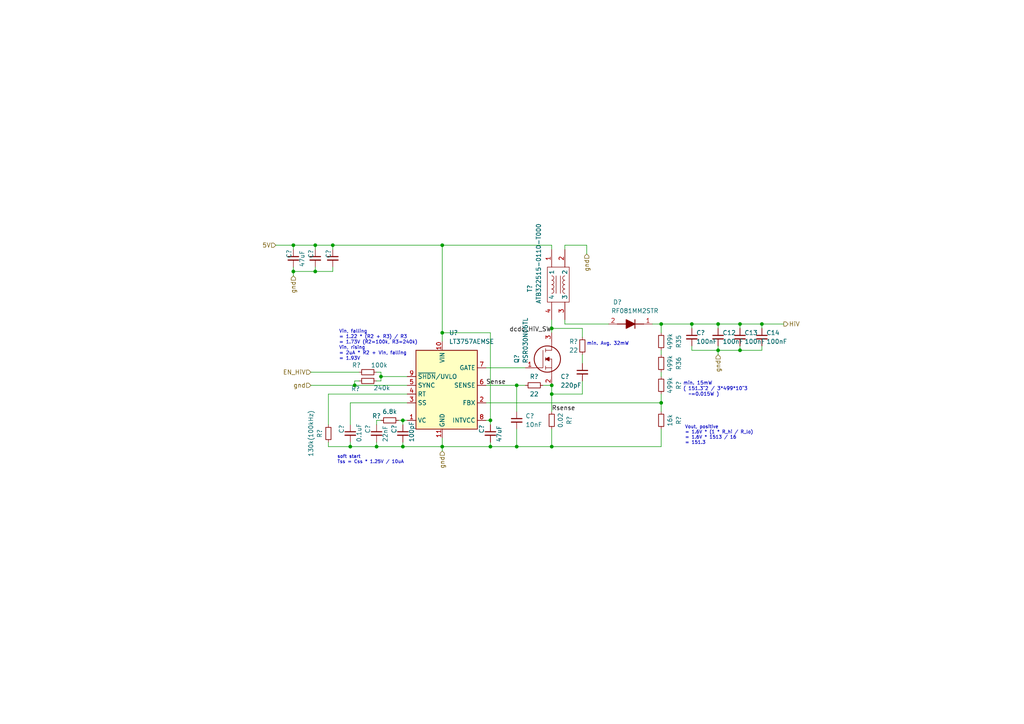
<source format=kicad_sch>
(kicad_sch
	(version 20231120)
	(generator "eeschema")
	(generator_version "8.0")
	(uuid "833a8651-ee6b-4e73-869e-bb3ff6188ab2")
	(paper "A4")
	(title_block
		(title "DCDC5Vto150V")
		(date "2024-09-20")
		(rev "2")
		(company "changed to 150V output")
	)
	(lib_symbols
		(symbol "Device:C_Small"
			(pin_numbers hide)
			(pin_names
				(offset 0.254) hide)
			(exclude_from_sim no)
			(in_bom yes)
			(on_board yes)
			(property "Reference" "C"
				(at 0.254 1.778 0)
				(effects
					(font
						(size 1.27 1.27)
					)
					(justify left)
				)
			)
			(property "Value" "C_Small"
				(at 0.254 -2.032 0)
				(effects
					(font
						(size 1.27 1.27)
					)
					(justify left)
				)
			)
			(property "Footprint" ""
				(at 0 0 0)
				(effects
					(font
						(size 1.27 1.27)
					)
					(hide yes)
				)
			)
			(property "Datasheet" "~"
				(at 0 0 0)
				(effects
					(font
						(size 1.27 1.27)
					)
					(hide yes)
				)
			)
			(property "Description" "Unpolarized capacitor, small symbol"
				(at 0 0 0)
				(effects
					(font
						(size 1.27 1.27)
					)
					(hide yes)
				)
			)
			(property "ki_keywords" "capacitor cap"
				(at 0 0 0)
				(effects
					(font
						(size 1.27 1.27)
					)
					(hide yes)
				)
			)
			(property "ki_fp_filters" "C_*"
				(at 0 0 0)
				(effects
					(font
						(size 1.27 1.27)
					)
					(hide yes)
				)
			)
			(symbol "C_Small_0_1"
				(polyline
					(pts
						(xy -1.524 -0.508) (xy 1.524 -0.508)
					)
					(stroke
						(width 0.3302)
						(type default)
					)
					(fill
						(type none)
					)
				)
				(polyline
					(pts
						(xy -1.524 0.508) (xy 1.524 0.508)
					)
					(stroke
						(width 0.3048)
						(type default)
					)
					(fill
						(type none)
					)
				)
			)
			(symbol "C_Small_1_1"
				(pin passive line
					(at 0 2.54 270)
					(length 2.032)
					(name "~"
						(effects
							(font
								(size 1.27 1.27)
							)
						)
					)
					(number "1"
						(effects
							(font
								(size 1.27 1.27)
							)
						)
					)
				)
				(pin passive line
					(at 0 -2.54 90)
					(length 2.032)
					(name "~"
						(effects
							(font
								(size 1.27 1.27)
							)
						)
					)
					(number "2"
						(effects
							(font
								(size 1.27 1.27)
							)
						)
					)
				)
			)
		)
		(symbol "Device:R_Small"
			(pin_numbers hide)
			(pin_names
				(offset 0.254) hide)
			(exclude_from_sim no)
			(in_bom yes)
			(on_board yes)
			(property "Reference" "R"
				(at 0.762 0.508 0)
				(effects
					(font
						(size 1.27 1.27)
					)
					(justify left)
				)
			)
			(property "Value" "R_Small"
				(at 0.762 -1.016 0)
				(effects
					(font
						(size 1.27 1.27)
					)
					(justify left)
				)
			)
			(property "Footprint" ""
				(at 0 0 0)
				(effects
					(font
						(size 1.27 1.27)
					)
					(hide yes)
				)
			)
			(property "Datasheet" "~"
				(at 0 0 0)
				(effects
					(font
						(size 1.27 1.27)
					)
					(hide yes)
				)
			)
			(property "Description" "Resistor, small symbol"
				(at 0 0 0)
				(effects
					(font
						(size 1.27 1.27)
					)
					(hide yes)
				)
			)
			(property "ki_keywords" "R resistor"
				(at 0 0 0)
				(effects
					(font
						(size 1.27 1.27)
					)
					(hide yes)
				)
			)
			(property "ki_fp_filters" "R_*"
				(at 0 0 0)
				(effects
					(font
						(size 1.27 1.27)
					)
					(hide yes)
				)
			)
			(symbol "R_Small_0_1"
				(rectangle
					(start -0.762 1.778)
					(end 0.762 -1.778)
					(stroke
						(width 0.2032)
						(type default)
					)
					(fill
						(type none)
					)
				)
			)
			(symbol "R_Small_1_1"
				(pin passive line
					(at 0 2.54 270)
					(length 0.762)
					(name "~"
						(effects
							(font
								(size 1.27 1.27)
							)
						)
					)
					(number "1"
						(effects
							(font
								(size 1.27 1.27)
							)
						)
					)
				)
				(pin passive line
					(at 0 -2.54 90)
					(length 0.762)
					(name "~"
						(effects
							(font
								(size 1.27 1.27)
							)
						)
					)
					(number "2"
						(effects
							(font
								(size 1.27 1.27)
							)
						)
					)
				)
			)
		)
		(symbol "Regulator_Switching:LT3757AEMSE"
			(exclude_from_sim no)
			(in_bom yes)
			(on_board yes)
			(property "Reference" "U6"
				(at 1.9559 15.24 0)
				(effects
					(font
						(size 1.27 1.27)
					)
					(justify left)
				)
			)
			(property "Value" "LT3757AEMSE"
				(at 1.9559 12.7 0)
				(effects
					(font
						(size 1.27 1.27)
					)
					(justify left)
				)
			)
			(property "Footprint" "Package_SO:MSOP-10-1EP_3x3mm_P0.5mm_EP1.68x1.88mm"
				(at 1.27 -13.97 0)
				(effects
					(font
						(size 1.27 1.27)
					)
					(justify left)
					(hide yes)
				)
			)
			(property "Datasheet" "https://www.analog.com/media/en/technical-documentation/data-sheets/3757Afe.pdf"
				(at 0 0 0)
				(effects
					(font
						(size 1.27 1.27)
					)
					(hide yes)
				)
			)
			(property "Description" "Boost, flyback, SEPIC and inverting regulator, improved load transient performance, MSOP-10"
				(at 0 0 0)
				(effects
					(font
						(size 1.27 1.27)
					)
					(hide yes)
				)
			)
			(property "LCSC" "C671465"
				(at 0 0 0)
				(effects
					(font
						(size 1.27 1.27)
					)
					(hide yes)
				)
			)
			(property "ki_keywords" "Boost flyback SEPIC inverting DC/DC regulator"
				(at 0 0 0)
				(effects
					(font
						(size 1.27 1.27)
					)
					(hide yes)
				)
			)
			(property "ki_fp_filters" "MSOP*EP*3x3mm*P0.5mm*"
				(at 0 0 0)
				(effects
					(font
						(size 1.27 1.27)
					)
					(hide yes)
				)
			)
			(symbol "LT3757AEMSE_0_1"
				(rectangle
					(start -7.62 10.16)
					(end 10.16 -12.7)
					(stroke
						(width 0.254)
						(type default)
					)
					(fill
						(type background)
					)
				)
			)
			(symbol "LT3757AEMSE_1_1"
				(pin input line
					(at -10.16 -10.16 0)
					(length 2.54)
					(name "VC"
						(effects
							(font
								(size 1.27 1.27)
							)
						)
					)
					(number "1"
						(effects
							(font
								(size 1.27 1.27)
							)
						)
					)
				)
				(pin power_in line
					(at 0 12.7 270)
					(length 2.54)
					(name "VIN"
						(effects
							(font
								(size 1.27 1.27)
							)
						)
					)
					(number "10"
						(effects
							(font
								(size 1.27 1.27)
							)
						)
					)
				)
				(pin power_in line
					(at 0 -15.24 90)
					(length 2.54)
					(name "GND"
						(effects
							(font
								(size 1.27 1.27)
							)
						)
					)
					(number "11"
						(effects
							(font
								(size 1.27 1.27)
							)
						)
					)
				)
				(pin input line
					(at 12.7 -5.08 180)
					(length 2.54)
					(name "FBX"
						(effects
							(font
								(size 1.27 1.27)
							)
						)
					)
					(number "2"
						(effects
							(font
								(size 1.27 1.27)
							)
						)
					)
				)
				(pin input line
					(at -10.16 -5.08 0)
					(length 2.54)
					(name "SS"
						(effects
							(font
								(size 1.27 1.27)
							)
						)
					)
					(number "3"
						(effects
							(font
								(size 1.27 1.27)
							)
						)
					)
				)
				(pin input line
					(at -10.16 -2.54 0)
					(length 2.54)
					(name "RT"
						(effects
							(font
								(size 1.27 1.27)
							)
						)
					)
					(number "4"
						(effects
							(font
								(size 1.27 1.27)
							)
						)
					)
				)
				(pin input line
					(at -10.16 0 0)
					(length 2.54)
					(name "SYNC"
						(effects
							(font
								(size 1.27 1.27)
							)
						)
					)
					(number "5"
						(effects
							(font
								(size 1.27 1.27)
							)
						)
					)
				)
				(pin input line
					(at 12.7 0 180)
					(length 2.54)
					(name "SENSE"
						(effects
							(font
								(size 1.27 1.27)
							)
						)
					)
					(number "6"
						(effects
							(font
								(size 1.27 1.27)
							)
						)
					)
				)
				(pin output line
					(at 12.7 5.08 180)
					(length 2.54)
					(name "GATE"
						(effects
							(font
								(size 1.27 1.27)
							)
						)
					)
					(number "7"
						(effects
							(font
								(size 1.27 1.27)
							)
						)
					)
				)
				(pin bidirectional line
					(at 12.7 -10.16 180)
					(length 2.54)
					(name "INTVCC"
						(effects
							(font
								(size 1.27 1.27)
							)
						)
					)
					(number "8"
						(effects
							(font
								(size 1.27 1.27)
							)
						)
					)
				)
				(pin input line
					(at -10.16 2.54 0)
					(length 2.54)
					(name "~{SHDN}/UVLO"
						(effects
							(font
								(size 1.27 1.27)
							)
						)
					)
					(number "9"
						(effects
							(font
								(size 1.27 1.27)
							)
						)
					)
				)
			)
		)
		(symbol "SamacSys_Parts:ATB322515-0110-T000"
			(pin_names
				(offset 0.762)
			)
			(exclude_from_sim no)
			(in_bom yes)
			(on_board yes)
			(property "Reference" "T"
				(at 16.51 7.62 0)
				(effects
					(font
						(size 1.27 1.27)
					)
					(justify left)
				)
			)
			(property "Value" "ATB322515-0110-T000"
				(at 16.51 5.08 0)
				(effects
					(font
						(size 1.27 1.27)
					)
					(justify left)
				)
			)
			(property "Footprint" "ATB3225150110T000"
				(at 16.51 2.54 0)
				(effects
					(font
						(size 1.27 1.27)
					)
					(justify left)
					(hide yes)
				)
			)
			(property "Datasheet" ""
				(at 16.51 0 0)
				(effects
					(font
						(size 1.27 1.27)
					)
					(justify left)
					(hide yes)
				)
			)
			(property "Description" "Step-up Transformers, Turns Ratio = 1:10, Rated Current = 0.6Arms"
				(at 16.51 -2.54 0)
				(effects
					(font
						(size 1.27 1.27)
					)
					(justify left)
					(hide yes)
				)
			)
			(property "Height" "1.55"
				(at 16.51 -5.08 0)
				(effects
					(font
						(size 1.27 1.27)
					)
					(justify left)
					(hide yes)
				)
			)
			(property "RS Part Number" ""
				(at 16.51 -7.62 0)
				(effects
					(font
						(size 1.27 1.27)
					)
					(justify left)
					(hide yes)
				)
			)
			(property "RS Price/Stock" ""
				(at 16.51 -10.16 0)
				(effects
					(font
						(size 1.27 1.27)
					)
					(justify left)
					(hide yes)
				)
			)
			(property "Manufacturer_Name" "TDK"
				(at 16.51 -12.7 0)
				(effects
					(font
						(size 1.27 1.27)
					)
					(justify left)
					(hide yes)
				)
			)
			(property "Manufacturer_Part_Number" "ATB322515-0110-T000"
				(at 16.51 -15.24 0)
				(effects
					(font
						(size 1.27 1.27)
					)
					(justify left)
					(hide yes)
				)
			)
			(symbol "ATB322515-0110-T000_0_0"
				(pin passive line
					(at 0 -3.81 0)
					(length 5.08)
					(name "1"
						(effects
							(font
								(size 1.27 1.27)
							)
						)
					)
					(number "1"
						(effects
							(font
								(size 1.27 1.27)
							)
						)
					)
				)
				(pin passive line
					(at 0 0 0)
					(length 5.08)
					(name "2"
						(effects
							(font
								(size 1.27 1.27)
							)
						)
					)
					(number "2"
						(effects
							(font
								(size 1.27 1.27)
							)
						)
					)
				)
				(pin passive line
					(at 20.32 0 180)
					(length 5.08)
					(name "3"
						(effects
							(font
								(size 1.27 1.27)
							)
						)
					)
					(number "3"
						(effects
							(font
								(size 1.27 1.27)
							)
						)
					)
				)
				(pin passive line
					(at 20.32 -3.81 180)
					(length 5.08)
					(name "4"
						(effects
							(font
								(size 1.27 1.27)
							)
						)
					)
					(number "4"
						(effects
							(font
								(size 1.27 1.27)
							)
						)
					)
				)
			)
			(symbol "ATB322515-0110-T000_0_1"
				(polyline
					(pts
						(xy 7.62 -2.54) (xy 12.7 -2.54)
					)
					(stroke
						(width 0)
						(type default)
					)
					(fill
						(type none)
					)
				)
				(polyline
					(pts
						(xy 7.62 -1.27) (xy 12.7 -1.27)
					)
					(stroke
						(width 0)
						(type default)
					)
					(fill
						(type none)
					)
				)
				(polyline
					(pts
						(xy 5.08 1.27) (xy 15.24 1.27) (xy 15.24 -5.08) (xy 5.08 -5.08) (xy 5.08 1.27)
					)
					(stroke
						(width 0.1524)
						(type solid)
					)
					(fill
						(type none)
					)
				)
				(arc
					(start 7.62 -0.0113)
					(mid 8.255 -0.6351)
					(end 8.89 -0.0113)
					(stroke
						(width 0)
						(type default)
					)
					(fill
						(type none)
					)
				)
				(arc
					(start 8.89 -3.7987)
					(mid 8.255 -3.1749)
					(end 7.62 -3.7987)
					(stroke
						(width 0)
						(type default)
					)
					(fill
						(type none)
					)
				)
				(arc
					(start 8.894 -0.0114)
					(mid 9.529 -0.6352)
					(end 10.164 -0.0114)
					(stroke
						(width 0)
						(type default)
					)
					(fill
						(type none)
					)
				)
				(arc
					(start 10.164 -3.7986)
					(mid 9.529 -3.1748)
					(end 8.894 -3.7986)
					(stroke
						(width 0)
						(type default)
					)
					(fill
						(type none)
					)
				)
				(arc
					(start 10.164 -0.0114)
					(mid 10.799 -0.6352)
					(end 11.434 -0.0114)
					(stroke
						(width 0)
						(type default)
					)
					(fill
						(type none)
					)
				)
				(arc
					(start 11.434 -3.7986)
					(mid 10.799 -3.1748)
					(end 10.164 -3.7986)
					(stroke
						(width 0)
						(type default)
					)
					(fill
						(type none)
					)
				)
				(arc
					(start 11.434 -0.0001)
					(mid 12.069 -0.6239)
					(end 12.704 -0.0001)
					(stroke
						(width 0)
						(type default)
					)
					(fill
						(type none)
					)
				)
				(arc
					(start 12.704 -3.8099)
					(mid 12.069 -3.1861)
					(end 11.434 -3.8099)
					(stroke
						(width 0)
						(type default)
					)
					(fill
						(type none)
					)
				)
			)
		)
		(symbol "SamacSys_Parts:RF081MM2STR"
			(pin_names hide)
			(exclude_from_sim no)
			(in_bom yes)
			(on_board yes)
			(property "Reference" "D"
				(at 11.43 5.08 0)
				(effects
					(font
						(size 1.27 1.27)
					)
					(justify left top)
				)
			)
			(property "Value" "RF081MM2STR"
				(at 11.43 2.54 0)
				(effects
					(font
						(size 1.27 1.27)
					)
					(justify left top)
				)
			)
			(property "Footprint" "RF081MM2STR"
				(at 11.43 -97.46 0)
				(effects
					(font
						(size 1.27 1.27)
					)
					(justify left top)
					(hide yes)
				)
			)
			(property "Datasheet" "http://uk.rs-online.com/web/p/products/1333278P"
				(at 11.43 -197.46 0)
				(effects
					(font
						(size 1.27 1.27)
					)
					(justify left top)
					(hide yes)
				)
			)
			(property "Description" "Super Fast Recovery Diode"
				(at 0 0 0)
				(effects
					(font
						(size 1.27 1.27)
					)
					(hide yes)
				)
			)
			(property "Height" "0.9"
				(at 11.43 -397.46 0)
				(effects
					(font
						(size 1.27 1.27)
					)
					(justify left top)
					(hide yes)
				)
			)
			(property "RS Part Number" "1333278P"
				(at 11.43 -497.46 0)
				(effects
					(font
						(size 1.27 1.27)
					)
					(justify left top)
					(hide yes)
				)
			)
			(property "RS Price/Stock" "http://uk.rs-online.com/web/p/products/1333278P"
				(at 11.43 -597.46 0)
				(effects
					(font
						(size 1.27 1.27)
					)
					(justify left top)
					(hide yes)
				)
			)
			(property "Manufacturer_Name" "ROHM Semiconductor"
				(at 11.43 -697.46 0)
				(effects
					(font
						(size 1.27 1.27)
					)
					(justify left top)
					(hide yes)
				)
			)
			(property "Manufacturer_Part_Number" "RF081MM2STR"
				(at 11.43 -797.46 0)
				(effects
					(font
						(size 1.27 1.27)
					)
					(justify left top)
					(hide yes)
				)
			)
			(symbol "RF081MM2STR_1_1"
				(polyline
					(pts
						(xy 2.54 0) (xy 5.08 0)
					)
					(stroke
						(width 0.254)
						(type default)
					)
					(fill
						(type none)
					)
				)
				(polyline
					(pts
						(xy 5.08 1.27) (xy 5.08 -1.27)
					)
					(stroke
						(width 0.254)
						(type default)
					)
					(fill
						(type none)
					)
				)
				(polyline
					(pts
						(xy 7.62 0) (xy 10.16 0)
					)
					(stroke
						(width 0.254)
						(type default)
					)
					(fill
						(type none)
					)
				)
				(polyline
					(pts
						(xy 5.08 0) (xy 7.62 1.27) (xy 7.62 -1.27) (xy 5.08 0)
					)
					(stroke
						(width 0.254)
						(type default)
					)
					(fill
						(type outline)
					)
				)
				(pin passive line
					(at 0 0 0)
					(length 2.54)
					(name "K"
						(effects
							(font
								(size 1.27 1.27)
							)
						)
					)
					(number "1"
						(effects
							(font
								(size 1.27 1.27)
							)
						)
					)
				)
				(pin passive line
					(at 12.7 0 180)
					(length 2.54)
					(name "A"
						(effects
							(font
								(size 1.27 1.27)
							)
						)
					)
					(number "2"
						(effects
							(font
								(size 1.27 1.27)
							)
						)
					)
				)
			)
		)
		(symbol "SamacSys_Parts:RQ5E030AJTCL"
			(pin_names
				(offset 0.762)
			)
			(exclude_from_sim no)
			(in_bom yes)
			(on_board yes)
			(property "Reference" "Q"
				(at 11.43 3.81 0)
				(effects
					(font
						(size 1.27 1.27)
					)
					(justify left)
				)
			)
			(property "Value" "RQ5E030AJTCL"
				(at 11.43 1.27 0)
				(effects
					(font
						(size 1.27 1.27)
					)
					(justify left)
				)
			)
			(property "Footprint" "SOT95P280X100-3N"
				(at 11.43 -1.27 0)
				(effects
					(font
						(size 1.27 1.27)
					)
					(justify left)
					(hide yes)
				)
			)
			(property "Datasheet" "http://uk.rs-online.com/web/p/products/1501514P"
				(at 11.43 -3.81 0)
				(effects
					(font
						(size 1.27 1.27)
					)
					(justify left)
					(hide yes)
				)
			)
			(property "Description" "Nch 30V 3A Middle Power MOSFET"
				(at 11.43 -6.35 0)
				(effects
					(font
						(size 1.27 1.27)
					)
					(justify left)
					(hide yes)
				)
			)
			(property "Height" "1"
				(at 11.43 -8.89 0)
				(effects
					(font
						(size 1.27 1.27)
					)
					(justify left)
					(hide yes)
				)
			)
			(property "RS Part Number" "1501514P"
				(at 11.43 -11.43 0)
				(effects
					(font
						(size 1.27 1.27)
					)
					(justify left)
					(hide yes)
				)
			)
			(property "RS Price/Stock" "http://uk.rs-online.com/web/p/products/1501514P"
				(at 11.43 -13.97 0)
				(effects
					(font
						(size 1.27 1.27)
					)
					(justify left)
					(hide yes)
				)
			)
			(property "Manufacturer_Name" "ROHM Semiconductor"
				(at 11.43 -16.51 0)
				(effects
					(font
						(size 1.27 1.27)
					)
					(justify left)
					(hide yes)
				)
			)
			(property "Manufacturer_Part_Number" "RQ5E030AJTCL"
				(at 11.43 -19.05 0)
				(effects
					(font
						(size 1.27 1.27)
					)
					(justify left)
					(hide yes)
				)
			)
			(symbol "RQ5E030AJTCL_0_0"
				(pin passive line
					(at 0 0 0)
					(length 2.54)
					(name "~"
						(effects
							(font
								(size 1.27 1.27)
							)
						)
					)
					(number "1"
						(effects
							(font
								(size 1.27 1.27)
							)
						)
					)
				)
				(pin passive line
					(at 7.62 -5.08 90)
					(length 2.54)
					(name "~"
						(effects
							(font
								(size 1.27 1.27)
							)
						)
					)
					(number "2"
						(effects
							(font
								(size 1.27 1.27)
							)
						)
					)
				)
				(pin passive line
					(at 7.62 10.16 270)
					(length 2.54)
					(name "~"
						(effects
							(font
								(size 1.27 1.27)
							)
						)
					)
					(number "3"
						(effects
							(font
								(size 1.27 1.27)
							)
						)
					)
				)
			)
			(symbol "RQ5E030AJTCL_0_1"
				(polyline
					(pts
						(xy 5.842 -0.508) (xy 5.842 0.508)
					)
					(stroke
						(width 0.1524)
						(type solid)
					)
					(fill
						(type none)
					)
				)
				(polyline
					(pts
						(xy 5.842 0) (xy 7.62 0)
					)
					(stroke
						(width 0.1524)
						(type solid)
					)
					(fill
						(type none)
					)
				)
				(polyline
					(pts
						(xy 5.842 2.032) (xy 5.842 3.048)
					)
					(stroke
						(width 0.1524)
						(type solid)
					)
					(fill
						(type none)
					)
				)
				(polyline
					(pts
						(xy 5.842 5.588) (xy 5.842 4.572)
					)
					(stroke
						(width 0.1524)
						(type solid)
					)
					(fill
						(type none)
					)
				)
				(polyline
					(pts
						(xy 7.62 2.54) (xy 5.842 2.54)
					)
					(stroke
						(width 0.1524)
						(type solid)
					)
					(fill
						(type none)
					)
				)
				(polyline
					(pts
						(xy 7.62 2.54) (xy 7.62 -2.54)
					)
					(stroke
						(width 0.1524)
						(type solid)
					)
					(fill
						(type none)
					)
				)
				(polyline
					(pts
						(xy 7.62 5.08) (xy 5.842 5.08)
					)
					(stroke
						(width 0.1524)
						(type solid)
					)
					(fill
						(type none)
					)
				)
				(polyline
					(pts
						(xy 7.62 5.08) (xy 7.62 7.62)
					)
					(stroke
						(width 0.1524)
						(type solid)
					)
					(fill
						(type none)
					)
				)
				(polyline
					(pts
						(xy 2.54 0) (xy 5.08 0) (xy 5.08 5.08)
					)
					(stroke
						(width 0.1524)
						(type solid)
					)
					(fill
						(type none)
					)
				)
				(polyline
					(pts
						(xy 5.842 2.54) (xy 6.858 3.048) (xy 6.858 2.032) (xy 5.842 2.54)
					)
					(stroke
						(width 0.254)
						(type solid)
					)
					(fill
						(type outline)
					)
				)
				(circle
					(center 6.35 2.54)
					(radius 3.81)
					(stroke
						(width 0.254)
						(type solid)
					)
					(fill
						(type none)
					)
				)
			)
		)
	)
	(junction
		(at 102.87 111.76)
		(diameter 0)
		(color 0 0 0 0)
		(uuid "08d315c7-91d7-457e-b101-8515c95104c3")
	)
	(junction
		(at 142.24 129.54)
		(diameter 0)
		(color 0 0 0 0)
		(uuid "0c0da488-1d3d-4fc0-abae-29437b4efd1f")
	)
	(junction
		(at 85.09 71.12)
		(diameter 0)
		(color 0 0 0 0)
		(uuid "154c535c-b7ab-4e9e-af20-e02ff731ea04")
	)
	(junction
		(at 91.44 71.12)
		(diameter 0)
		(color 0 0 0 0)
		(uuid "20d45ff6-6040-400e-b051-cf4fe7118b95")
	)
	(junction
		(at 160.02 114.3)
		(diameter 0)
		(color 0 0 0 0)
		(uuid "336bd380-b221-4750-a9b1-03f4e84d0508")
	)
	(junction
		(at 128.27 96.52)
		(diameter 0)
		(color 0 0 0 0)
		(uuid "349b4fdb-defc-4528-add3-9860b75e916e")
	)
	(junction
		(at 149.86 129.54)
		(diameter 0)
		(color 0 0 0 0)
		(uuid "38f91685-6cf9-4d1b-bcca-cc65e44c9770")
	)
	(junction
		(at 214.63 93.98)
		(diameter 0)
		(color 0 0 0 0)
		(uuid "49d252b7-e28f-4a13-b5d1-a00aed36db0f")
	)
	(junction
		(at 96.52 71.12)
		(diameter 0)
		(color 0 0 0 0)
		(uuid "4f1650cd-b346-4d4f-b520-b3dbd7f0e7bc")
	)
	(junction
		(at 91.44 78.74)
		(diameter 0)
		(color 0 0 0 0)
		(uuid "521d6189-03f4-4b9b-91ef-a8ba6f70fd8a")
	)
	(junction
		(at 160.02 111.76)
		(diameter 0)
		(color 0 0 0 0)
		(uuid "5bbff4ef-cbf9-4676-b0b6-d60690649380")
	)
	(junction
		(at 142.24 121.92)
		(diameter 0)
		(color 0 0 0 0)
		(uuid "7005bd74-1999-428a-8ed8-f02d11c33aeb")
	)
	(junction
		(at 160.02 129.54)
		(diameter 0)
		(color 0 0 0 0)
		(uuid "70d32a18-30de-4592-b8e8-3e5ca40fcdbe")
	)
	(junction
		(at 208.28 101.6)
		(diameter 0)
		(color 0 0 0 0)
		(uuid "88e2c916-4515-4389-8e13-21cbf6ac7826")
	)
	(junction
		(at 109.22 129.54)
		(diameter 0)
		(color 0 0 0 0)
		(uuid "8dede5b6-67a0-4455-8c26-1dbf053280eb")
	)
	(junction
		(at 220.98 93.98)
		(diameter 0)
		(color 0 0 0 0)
		(uuid "91048163-166e-408f-afc3-6d3cc667e024")
	)
	(junction
		(at 214.63 101.6)
		(diameter 0)
		(color 0 0 0 0)
		(uuid "91c12ee8-57ec-41ca-927e-e16418970c41")
	)
	(junction
		(at 208.28 93.98)
		(diameter 0)
		(color 0 0 0 0)
		(uuid "a31f2877-ff80-461a-b312-01e923d61c4b")
	)
	(junction
		(at 160.02 95.25)
		(diameter 0)
		(color 0 0 0 0)
		(uuid "a50b6b5d-9e21-48d4-b1e8-d853b805e9ac")
	)
	(junction
		(at 200.66 93.98)
		(diameter 0)
		(color 0 0 0 0)
		(uuid "aac2e1fe-2f8d-4f83-8382-aacb07c2800b")
	)
	(junction
		(at 116.84 121.92)
		(diameter 0)
		(color 0 0 0 0)
		(uuid "af305596-5c1a-454c-bb08-6769dfc47351")
	)
	(junction
		(at 149.86 111.76)
		(diameter 0)
		(color 0 0 0 0)
		(uuid "b925e9a7-7ac6-4743-8320-a0d9a19b54b0")
	)
	(junction
		(at 128.27 129.54)
		(diameter 0)
		(color 0 0 0 0)
		(uuid "ba820e52-c19f-4265-a97f-b63c889016ae")
	)
	(junction
		(at 191.77 93.98)
		(diameter 0)
		(color 0 0 0 0)
		(uuid "da481b27-d914-4ddb-abd4-dddac0060e51")
	)
	(junction
		(at 85.09 78.74)
		(diameter 0)
		(color 0 0 0 0)
		(uuid "e7eb8a32-b0bc-4bb7-a5ee-ece27c54574b")
	)
	(junction
		(at 101.6 129.54)
		(diameter 0)
		(color 0 0 0 0)
		(uuid "e82608ca-b04a-43fb-b645-b5b053b449c8")
	)
	(junction
		(at 191.77 116.84)
		(diameter 0)
		(color 0 0 0 0)
		(uuid "f066bf40-5aa3-452e-b173-70da46f9d2a4")
	)
	(junction
		(at 128.27 71.12)
		(diameter 0)
		(color 0 0 0 0)
		(uuid "f4274f9e-d26e-43e8-bebb-1dde5dc5f46f")
	)
	(junction
		(at 116.84 129.54)
		(diameter 0)
		(color 0 0 0 0)
		(uuid "f5815292-1d78-4f5a-88ef-16ed522df903")
	)
	(junction
		(at 110.49 109.22)
		(diameter 0)
		(color 0 0 0 0)
		(uuid "fc385d7a-b392-4eca-8fc3-113282bbb2ce")
	)
	(wire
		(pts
			(xy 128.27 71.12) (xy 160.02 71.12)
		)
		(stroke
			(width 0)
			(type default)
		)
		(uuid "03ac867f-cf69-488c-a77f-1cc5686c3df6")
	)
	(wire
		(pts
			(xy 95.25 128.27) (xy 95.25 129.54)
		)
		(stroke
			(width 0)
			(type default)
		)
		(uuid "0a984865-20c8-4474-be48-d54151338a5c")
	)
	(wire
		(pts
			(xy 140.97 111.76) (xy 149.86 111.76)
		)
		(stroke
			(width 0)
			(type default)
		)
		(uuid "15dd13fb-0c9b-4a35-a34b-a999c1968760")
	)
	(wire
		(pts
			(xy 220.98 100.33) (xy 220.98 101.6)
		)
		(stroke
			(width 0)
			(type default)
		)
		(uuid "183146ff-cca2-4910-afbc-4259122e4abf")
	)
	(wire
		(pts
			(xy 128.27 129.54) (xy 142.24 129.54)
		)
		(stroke
			(width 0)
			(type default)
		)
		(uuid "1a811d01-6958-4527-be05-33f7e0966363")
	)
	(wire
		(pts
			(xy 160.02 114.3) (xy 168.91 114.3)
		)
		(stroke
			(width 0)
			(type default)
		)
		(uuid "1d9f5492-898d-405f-8965-6e84ae13ff78")
	)
	(wire
		(pts
			(xy 200.66 101.6) (xy 208.28 101.6)
		)
		(stroke
			(width 0)
			(type default)
		)
		(uuid "1f77f8a9-e071-43a8-9685-0e0d5271f54c")
	)
	(wire
		(pts
			(xy 160.02 114.3) (xy 160.02 111.76)
		)
		(stroke
			(width 0)
			(type default)
		)
		(uuid "2031d9b6-a01e-4fff-923e-efd56c98fcde")
	)
	(wire
		(pts
			(xy 208.28 93.98) (xy 214.63 93.98)
		)
		(stroke
			(width 0)
			(type default)
		)
		(uuid "240b5a7a-c9c6-4f24-92dd-179cfa52021b")
	)
	(wire
		(pts
			(xy 149.86 124.46) (xy 149.86 129.54)
		)
		(stroke
			(width 0)
			(type default)
		)
		(uuid "26371551-a700-4570-b72b-bed909ff2758")
	)
	(wire
		(pts
			(xy 163.83 93.98) (xy 176.53 93.98)
		)
		(stroke
			(width 0)
			(type default)
		)
		(uuid "2cb0f263-1255-45d3-b4b9-3dc68774c9f2")
	)
	(wire
		(pts
			(xy 85.09 78.74) (xy 85.09 77.47)
		)
		(stroke
			(width 0)
			(type default)
		)
		(uuid "2cfa4116-8a39-4776-9e28-1511868c5191")
	)
	(wire
		(pts
			(xy 128.27 71.12) (xy 128.27 96.52)
		)
		(stroke
			(width 0)
			(type default)
		)
		(uuid "2e82018d-ab02-46c4-ba24-0acef8aff93f")
	)
	(wire
		(pts
			(xy 110.49 121.92) (xy 109.22 121.92)
		)
		(stroke
			(width 0)
			(type default)
		)
		(uuid "2f61a730-79dc-4929-b6ec-f30691adf7b2")
	)
	(wire
		(pts
			(xy 109.22 129.54) (xy 116.84 129.54)
		)
		(stroke
			(width 0)
			(type default)
		)
		(uuid "300c575e-a247-4f02-ab9c-d97fe7318f65")
	)
	(wire
		(pts
			(xy 208.28 100.33) (xy 208.28 101.6)
		)
		(stroke
			(width 0)
			(type default)
		)
		(uuid "30626ce0-35a3-4918-b5e8-89cd1f6916e9")
	)
	(wire
		(pts
			(xy 116.84 128.27) (xy 116.84 129.54)
		)
		(stroke
			(width 0)
			(type default)
		)
		(uuid "33cb789c-8859-4310-a980-689f0815a6e8")
	)
	(wire
		(pts
			(xy 91.44 71.12) (xy 96.52 71.12)
		)
		(stroke
			(width 0)
			(type default)
		)
		(uuid "3761bf3e-9379-43be-9822-3f17399a686d")
	)
	(wire
		(pts
			(xy 109.22 121.92) (xy 109.22 123.19)
		)
		(stroke
			(width 0)
			(type default)
		)
		(uuid "3b31a606-abf7-42f1-aa51-dd27a574644b")
	)
	(wire
		(pts
			(xy 191.77 114.3) (xy 191.77 116.84)
		)
		(stroke
			(width 0)
			(type default)
		)
		(uuid "3bd6541f-7a99-46f1-8294-3e8218f0f936")
	)
	(wire
		(pts
			(xy 160.02 114.3) (xy 160.02 119.38)
		)
		(stroke
			(width 0)
			(type default)
		)
		(uuid "3c01c08b-7177-4300-8257-511db2446641")
	)
	(wire
		(pts
			(xy 191.77 101.6) (xy 191.77 102.87)
		)
		(stroke
			(width 0)
			(type default)
		)
		(uuid "3c6d7c78-ab2d-4f07-abc3-c49e4c92f06a")
	)
	(wire
		(pts
			(xy 96.52 71.12) (xy 128.27 71.12)
		)
		(stroke
			(width 0)
			(type default)
		)
		(uuid "3ef59e75-e2a1-4dde-950b-c4e59a2d0b4f")
	)
	(wire
		(pts
			(xy 80.01 71.12) (xy 85.09 71.12)
		)
		(stroke
			(width 0)
			(type default)
		)
		(uuid "414fcd16-9250-4a71-8681-09237d0db7a5")
	)
	(wire
		(pts
			(xy 140.97 116.84) (xy 191.77 116.84)
		)
		(stroke
			(width 0)
			(type default)
		)
		(uuid "4256efdb-8a82-4e98-bebd-619082d3d449")
	)
	(wire
		(pts
			(xy 102.87 110.49) (xy 102.87 111.76)
		)
		(stroke
			(width 0)
			(type default)
		)
		(uuid "449c846a-be55-4b75-83db-810eeb3e1c30")
	)
	(wire
		(pts
			(xy 200.66 100.33) (xy 200.66 101.6)
		)
		(stroke
			(width 0)
			(type default)
		)
		(uuid "458f7cda-c5a2-454b-bfb8-8b5839fd2c18")
	)
	(wire
		(pts
			(xy 91.44 77.47) (xy 91.44 78.74)
		)
		(stroke
			(width 0)
			(type default)
		)
		(uuid "47d4f621-6d9c-4bef-9245-3d043bf98362")
	)
	(wire
		(pts
			(xy 168.91 102.87) (xy 168.91 105.41)
		)
		(stroke
			(width 0)
			(type default)
		)
		(uuid "47f38391-0cdc-4e14-83d5-4119460e6d64")
	)
	(wire
		(pts
			(xy 85.09 78.74) (xy 91.44 78.74)
		)
		(stroke
			(width 0)
			(type default)
		)
		(uuid "48cd3093-c397-4579-9784-9f6744ea4042")
	)
	(wire
		(pts
			(xy 170.18 71.12) (xy 170.18 73.66)
		)
		(stroke
			(width 0)
			(type default)
		)
		(uuid "4b35fb86-a22f-4706-b0e6-629e2086226e")
	)
	(wire
		(pts
			(xy 208.28 101.6) (xy 214.63 101.6)
		)
		(stroke
			(width 0)
			(type default)
		)
		(uuid "4ba17d19-07d3-4756-99f1-f82a43acd47d")
	)
	(wire
		(pts
			(xy 168.91 95.25) (xy 168.91 97.79)
		)
		(stroke
			(width 0)
			(type default)
		)
		(uuid "4d244168-6d13-4136-b0a6-d967f82ba5b8")
	)
	(wire
		(pts
			(xy 118.11 116.84) (xy 101.6 116.84)
		)
		(stroke
			(width 0)
			(type default)
		)
		(uuid "4d53a32c-c531-42ed-8680-d3d08bb4172e")
	)
	(wire
		(pts
			(xy 191.77 93.98) (xy 191.77 96.52)
		)
		(stroke
			(width 0)
			(type default)
		)
		(uuid "5119afdf-6703-4cc2-8af6-65827a75767c")
	)
	(wire
		(pts
			(xy 85.09 80.01) (xy 85.09 78.74)
		)
		(stroke
			(width 0)
			(type default)
		)
		(uuid "516bf725-2385-4fbb-9f43-28d567d345cf")
	)
	(wire
		(pts
			(xy 157.48 111.76) (xy 160.02 111.76)
		)
		(stroke
			(width 0)
			(type default)
		)
		(uuid "5407673e-65d6-4f4e-9ff9-d2184a8cfdcb")
	)
	(wire
		(pts
			(xy 110.49 107.95) (xy 110.49 109.22)
		)
		(stroke
			(width 0)
			(type default)
		)
		(uuid "56f4ae3b-d71d-4905-abdd-7ebd1197731d")
	)
	(wire
		(pts
			(xy 96.52 71.12) (xy 96.52 72.39)
		)
		(stroke
			(width 0)
			(type default)
		)
		(uuid "5af33bd6-0376-441c-9e18-13263923463c")
	)
	(wire
		(pts
			(xy 227.33 93.98) (xy 220.98 93.98)
		)
		(stroke
			(width 0)
			(type default)
		)
		(uuid "5bc57869-8481-4af8-acf1-26789e4a3e6b")
	)
	(wire
		(pts
			(xy 168.91 114.3) (xy 168.91 110.49)
		)
		(stroke
			(width 0)
			(type default)
		)
		(uuid "5c4161d7-7245-4285-8091-2effd5aaab88")
	)
	(wire
		(pts
			(xy 95.25 129.54) (xy 101.6 129.54)
		)
		(stroke
			(width 0)
			(type default)
		)
		(uuid "5dd2715f-c4ed-4d29-9112-a85933be89fa")
	)
	(wire
		(pts
			(xy 91.44 78.74) (xy 96.52 78.74)
		)
		(stroke
			(width 0)
			(type default)
		)
		(uuid "6a66595a-502a-48fc-8746-98eba6f6d639")
	)
	(wire
		(pts
			(xy 118.11 114.3) (xy 95.25 114.3)
		)
		(stroke
			(width 0)
			(type default)
		)
		(uuid "70d15acd-3d7d-457f-a354-adc75059e111")
	)
	(wire
		(pts
			(xy 163.83 72.39) (xy 163.83 71.12)
		)
		(stroke
			(width 0)
			(type default)
		)
		(uuid "73578427-284f-4f63-a367-a0f1c0356675")
	)
	(wire
		(pts
			(xy 160.02 95.25) (xy 160.02 96.52)
		)
		(stroke
			(width 0)
			(type default)
		)
		(uuid "747fd79f-2996-436b-ac39-ed0c78fd8cd2")
	)
	(wire
		(pts
			(xy 142.24 96.52) (xy 142.24 121.92)
		)
		(stroke
			(width 0)
			(type default)
		)
		(uuid "7a64fbe1-5ed2-4734-9c13-4cdc2bfcda00")
	)
	(wire
		(pts
			(xy 149.86 111.76) (xy 149.86 119.38)
		)
		(stroke
			(width 0)
			(type default)
		)
		(uuid "81787f53-01e0-4174-b0e8-c41fefd1c87b")
	)
	(wire
		(pts
			(xy 214.63 100.33) (xy 214.63 101.6)
		)
		(stroke
			(width 0)
			(type default)
		)
		(uuid "85041d16-2866-494e-9cd5-c0b43d3ca040")
	)
	(wire
		(pts
			(xy 85.09 71.12) (xy 85.09 72.39)
		)
		(stroke
			(width 0)
			(type default)
		)
		(uuid "859e9fb9-cb1f-4f2d-b07b-21d617a499a9")
	)
	(wire
		(pts
			(xy 160.02 92.71) (xy 160.02 95.25)
		)
		(stroke
			(width 0)
			(type default)
		)
		(uuid "8862f44e-ef6b-4359-81c9-74199b3059ca")
	)
	(wire
		(pts
			(xy 191.77 116.84) (xy 191.77 119.38)
		)
		(stroke
			(width 0)
			(type default)
		)
		(uuid "8ab25fc1-2e80-461f-973c-bbe6866857b7")
	)
	(wire
		(pts
			(xy 128.27 96.52) (xy 128.27 99.06)
		)
		(stroke
			(width 0)
			(type default)
		)
		(uuid "8b2a7738-c2a0-4d07-aa3c-54f95d5d0907")
	)
	(wire
		(pts
			(xy 128.27 127) (xy 128.27 129.54)
		)
		(stroke
			(width 0)
			(type default)
		)
		(uuid "8b4204e1-da6e-45a8-b0f2-ab565bdf5c39")
	)
	(wire
		(pts
			(xy 110.49 110.49) (xy 110.49 109.22)
		)
		(stroke
			(width 0)
			(type default)
		)
		(uuid "8f6a8a67-f9ed-4968-94e1-9097744aeb5f")
	)
	(wire
		(pts
			(xy 128.27 130.81) (xy 128.27 129.54)
		)
		(stroke
			(width 0)
			(type default)
		)
		(uuid "90d89982-2145-4aa7-b1f5-8d45708013a9")
	)
	(wire
		(pts
			(xy 160.02 124.46) (xy 160.02 129.54)
		)
		(stroke
			(width 0)
			(type default)
		)
		(uuid "95246f84-65fb-480a-9882-8f49b1fb0587")
	)
	(wire
		(pts
			(xy 220.98 93.98) (xy 220.98 95.25)
		)
		(stroke
			(width 0)
			(type default)
		)
		(uuid "97e6d2cb-0f19-4d2a-8732-29a77fc3590b")
	)
	(wire
		(pts
			(xy 208.28 101.6) (xy 208.28 102.87)
		)
		(stroke
			(width 0)
			(type default)
		)
		(uuid "98aedd2d-08d3-43ad-8fde-cc066b81b427")
	)
	(wire
		(pts
			(xy 102.87 111.76) (xy 118.11 111.76)
		)
		(stroke
			(width 0)
			(type default)
		)
		(uuid "9a1abe6b-0975-4be8-b82a-c29e10a41d33")
	)
	(wire
		(pts
			(xy 109.22 128.27) (xy 109.22 129.54)
		)
		(stroke
			(width 0)
			(type default)
		)
		(uuid "9b19dc0b-3846-45d8-8406-904daa42d7a6")
	)
	(wire
		(pts
			(xy 191.77 124.46) (xy 191.77 129.54)
		)
		(stroke
			(width 0)
			(type default)
		)
		(uuid "9f5f62ed-c998-4cf2-8018-9957b12d6d1e")
	)
	(wire
		(pts
			(xy 90.17 107.95) (xy 104.14 107.95)
		)
		(stroke
			(width 0)
			(type default)
		)
		(uuid "9f60ce57-3338-41ac-a5c9-bb031946c263")
	)
	(wire
		(pts
			(xy 90.17 111.76) (xy 102.87 111.76)
		)
		(stroke
			(width 0)
			(type default)
		)
		(uuid "a242ae53-42fa-44a1-bd8a-fc8774d9115f")
	)
	(wire
		(pts
			(xy 110.49 109.22) (xy 118.11 109.22)
		)
		(stroke
			(width 0)
			(type default)
		)
		(uuid "a69ed752-542a-4349-8c6e-963b09e75b8b")
	)
	(wire
		(pts
			(xy 214.63 101.6) (xy 220.98 101.6)
		)
		(stroke
			(width 0)
			(type default)
		)
		(uuid "a9816d1f-7e81-4d36-932c-d4ad5300638a")
	)
	(wire
		(pts
			(xy 142.24 123.19) (xy 142.24 121.92)
		)
		(stroke
			(width 0)
			(type default)
		)
		(uuid "ae823b12-bf06-4ef1-aceb-af92b6fe7753")
	)
	(wire
		(pts
			(xy 200.66 93.98) (xy 208.28 93.98)
		)
		(stroke
			(width 0)
			(type default)
		)
		(uuid "b3062cce-c924-4f6f-ad38-7ec2946d2b28")
	)
	(wire
		(pts
			(xy 116.84 121.92) (xy 118.11 121.92)
		)
		(stroke
			(width 0)
			(type default)
		)
		(uuid "b364ade2-de21-4917-af61-c390af714a8a")
	)
	(wire
		(pts
			(xy 96.52 77.47) (xy 96.52 78.74)
		)
		(stroke
			(width 0)
			(type default)
		)
		(uuid "b4fd1283-ca3b-455f-9c8d-b4b90d51cd33")
	)
	(wire
		(pts
			(xy 85.09 71.12) (xy 91.44 71.12)
		)
		(stroke
			(width 0)
			(type default)
		)
		(uuid "b5f1b3ae-c3a8-45b4-9810-a38c2eec4864")
	)
	(wire
		(pts
			(xy 109.22 110.49) (xy 110.49 110.49)
		)
		(stroke
			(width 0)
			(type default)
		)
		(uuid "b667d346-6d4e-4850-b456-b2112e78863b")
	)
	(wire
		(pts
			(xy 149.86 111.76) (xy 152.4 111.76)
		)
		(stroke
			(width 0)
			(type default)
		)
		(uuid "b6ab5f12-1768-4050-b331-a97b836ea7e8")
	)
	(wire
		(pts
			(xy 128.27 96.52) (xy 142.24 96.52)
		)
		(stroke
			(width 0)
			(type default)
		)
		(uuid "b6b62996-85d2-4a3c-bf08-0e5bc5c30fe5")
	)
	(wire
		(pts
			(xy 163.83 92.71) (xy 163.83 93.98)
		)
		(stroke
			(width 0)
			(type default)
		)
		(uuid "b861744a-0507-4320-8daf-c5fd80369882")
	)
	(wire
		(pts
			(xy 142.24 121.92) (xy 140.97 121.92)
		)
		(stroke
			(width 0)
			(type default)
		)
		(uuid "bd2af82d-be7e-4805-8ec1-14550ef8949d")
	)
	(wire
		(pts
			(xy 160.02 71.12) (xy 160.02 72.39)
		)
		(stroke
			(width 0)
			(type default)
		)
		(uuid "c34d0571-aaec-4974-aef1-44eac9461fd2")
	)
	(wire
		(pts
			(xy 168.91 95.25) (xy 160.02 95.25)
		)
		(stroke
			(width 0)
			(type default)
		)
		(uuid "c8d6f890-8fb7-472b-90e9-48e005e12c2c")
	)
	(wire
		(pts
			(xy 101.6 116.84) (xy 101.6 123.19)
		)
		(stroke
			(width 0)
			(type default)
		)
		(uuid "c95b25d5-fa65-46d4-94a3-6bb0cc3419a4")
	)
	(wire
		(pts
			(xy 140.97 106.68) (xy 152.4 106.68)
		)
		(stroke
			(width 0)
			(type default)
		)
		(uuid "ca470c5e-d774-4e01-a2df-df955bc9e17a")
	)
	(wire
		(pts
			(xy 142.24 129.54) (xy 149.86 129.54)
		)
		(stroke
			(width 0)
			(type default)
		)
		(uuid "d06be41c-ec74-43e2-9c41-89651c5b828e")
	)
	(wire
		(pts
			(xy 189.23 93.98) (xy 191.77 93.98)
		)
		(stroke
			(width 0)
			(type default)
		)
		(uuid "d11d5e25-bdcd-4292-b68e-1fad4cee8d67")
	)
	(wire
		(pts
			(xy 208.28 95.25) (xy 208.28 93.98)
		)
		(stroke
			(width 0)
			(type default)
		)
		(uuid "d1c09c91-faf0-4279-9e2f-cc71594fa5a8")
	)
	(wire
		(pts
			(xy 95.25 114.3) (xy 95.25 123.19)
		)
		(stroke
			(width 0)
			(type default)
		)
		(uuid "d294feea-a2b7-4d88-b30b-c86985db931b")
	)
	(wire
		(pts
			(xy 109.22 107.95) (xy 110.49 107.95)
		)
		(stroke
			(width 0)
			(type default)
		)
		(uuid "dc7032b4-b80c-4560-848b-e75267f13df8")
	)
	(wire
		(pts
			(xy 149.86 129.54) (xy 160.02 129.54)
		)
		(stroke
			(width 0)
			(type default)
		)
		(uuid "de15dc02-6122-470b-b3f1-e674a65f3544")
	)
	(wire
		(pts
			(xy 102.87 110.49) (xy 104.14 110.49)
		)
		(stroke
			(width 0)
			(type default)
		)
		(uuid "dee7eb75-fa3f-4dee-a413-de29e6d04b00")
	)
	(wire
		(pts
			(xy 200.66 95.25) (xy 200.66 93.98)
		)
		(stroke
			(width 0)
			(type default)
		)
		(uuid "df75e718-7944-41a2-93aa-6293fcc57e3a")
	)
	(wire
		(pts
			(xy 214.63 93.98) (xy 214.63 95.25)
		)
		(stroke
			(width 0)
			(type default)
		)
		(uuid "e181c721-f3de-4735-bf70-d5fadf650f17")
	)
	(wire
		(pts
			(xy 91.44 71.12) (xy 91.44 72.39)
		)
		(stroke
			(width 0)
			(type default)
		)
		(uuid "e8d098a2-c62c-450b-abc3-6b027add7f53")
	)
	(wire
		(pts
			(xy 142.24 128.27) (xy 142.24 129.54)
		)
		(stroke
			(width 0)
			(type default)
		)
		(uuid "ec53dfdf-4261-4303-b893-b901c0b5604c")
	)
	(wire
		(pts
			(xy 116.84 129.54) (xy 128.27 129.54)
		)
		(stroke
			(width 0)
			(type default)
		)
		(uuid "ec612503-2bb9-4a2c-8fab-8c049a74181f")
	)
	(wire
		(pts
			(xy 163.83 71.12) (xy 170.18 71.12)
		)
		(stroke
			(width 0)
			(type default)
		)
		(uuid "ee64ea69-ea66-44e9-93f3-b0cdc2890112")
	)
	(wire
		(pts
			(xy 160.02 129.54) (xy 191.77 129.54)
		)
		(stroke
			(width 0)
			(type default)
		)
		(uuid "eed87559-88a1-46db-846f-d982ce0026db")
	)
	(wire
		(pts
			(xy 191.77 93.98) (xy 200.66 93.98)
		)
		(stroke
			(width 0)
			(type default)
		)
		(uuid "f255b5de-494f-455f-9a2c-b12b8d60bd5b")
	)
	(wire
		(pts
			(xy 101.6 128.27) (xy 101.6 129.54)
		)
		(stroke
			(width 0)
			(type default)
		)
		(uuid "f5a0fe99-96a3-4404-b7bd-2638e9ef77e2")
	)
	(wire
		(pts
			(xy 115.57 121.92) (xy 116.84 121.92)
		)
		(stroke
			(width 0)
			(type default)
		)
		(uuid "f5fda4f5-6319-4b31-84b1-34a54ac4143e")
	)
	(wire
		(pts
			(xy 191.77 107.95) (xy 191.77 109.22)
		)
		(stroke
			(width 0)
			(type default)
		)
		(uuid "f8376239-e0ef-4ed1-8f36-2624dec3dd7f")
	)
	(wire
		(pts
			(xy 220.98 93.98) (xy 214.63 93.98)
		)
		(stroke
			(width 0)
			(type default)
		)
		(uuid "fa526233-6ba2-42f0-b902-f719afb83025")
	)
	(wire
		(pts
			(xy 101.6 129.54) (xy 109.22 129.54)
		)
		(stroke
			(width 0)
			(type default)
		)
		(uuid "fd848ba3-8c7a-4402-bd15-a52f826ac4d6")
	)
	(wire
		(pts
			(xy 116.84 121.92) (xy 116.84 123.19)
		)
		(stroke
			(width 0)
			(type default)
		)
		(uuid "fde91abf-5a1b-46ea-b861-3040f16aea2f")
	)
	(text "Vin, falling\n= 1.22 * (R2 + R3) / R3\n= 1.73V (R2=100k, R3=240k)\nVin, rising\n= 2uA * R2 + Vin, falling\n= 1.93V"
		(exclude_from_sim no)
		(at 98.298 104.648 0)
		(effects
			(font
				(size 0.975 0.975)
			)
			(justify left bottom)
		)
		(uuid "247a7895-1c50-4919-8477-28bb71372fbb")
	)
	(text "soft start\nTss = Css * 1.25V / 10uA\n"
		(exclude_from_sim no)
		(at 97.79 134.62 0)
		(effects
			(font
				(size 0.9375 0.9375)
			)
			(justify left bottom)
		)
		(uuid "2a52b4e5-f939-4ec2-ab50-c512f12a70ac")
	)
	(text "min. 15mW \n( 151.3^2 / 3*499*10^3\n  ~=0.015W )"
		(exclude_from_sim no)
		(at 198.12 115.062 0)
		(effects
			(font
				(size 1 1)
			)
			(justify left bottom)
		)
		(uuid "50d7b932-e5f5-4935-84cd-47891518acaf")
	)
	(text "Vout, positive \n= 1.6V * (1 * R_hi / R_lo)\n= 1.6V * 1513 / 16\n= 151.3\n"
		(exclude_from_sim no)
		(at 198.628 129.032 0)
		(effects
			(font
				(size 0.9375 0.9375)
			)
			(justify left bottom)
		)
		(uuid "ecc129bf-ec21-4087-8c7c-765435703055")
	)
	(text "min. Avg. 32mW\n"
		(exclude_from_sim no)
		(at 170.18 100.33 0)
		(effects
			(font
				(size 1 1)
			)
			(justify left bottom)
		)
		(uuid "fcdc29c9-4d27-4b5b-bb0f-384c631b2342")
	)
	(label "Rsense"
		(at 160.02 119.38 0)
		(fields_autoplaced yes)
		(effects
			(font
				(size 1.27 1.27)
			)
			(justify left bottom)
		)
		(uuid "01a69501-1423-47da-9714-a61e33a68f04")
	)
	(label "Sense"
		(at 140.97 111.76 0)
		(fields_autoplaced yes)
		(effects
			(font
				(size 1.27 1.27)
			)
			(justify left bottom)
		)
		(uuid "0905c1ff-9594-4a05-9b01-bfc48b22e286")
	)
	(label "dcdc_HiV_SW"
		(at 160.02 96.52 180)
		(fields_autoplaced yes)
		(effects
			(font
				(size 1.27 1.27)
			)
			(justify right bottom)
		)
		(uuid "b83b8170-bd1d-42c0-ab3f-2c587a73668d")
	)
	(hierarchical_label "5V"
		(shape input)
		(at 80.01 71.12 180)
		(fields_autoplaced yes)
		(effects
			(font
				(size 1.27 1.27)
			)
			(justify right)
		)
		(uuid "1a3242f2-859f-415f-a6d3-87fb3c0bd119")
	)
	(hierarchical_label "EN_HiV"
		(shape input)
		(at 90.17 107.95 180)
		(fields_autoplaced yes)
		(effects
			(font
				(size 1.27 1.27)
			)
			(justify right)
		)
		(uuid "1bacc38a-c713-4c05-aa64-783f2965744a")
	)
	(hierarchical_label "gnd"
		(shape input)
		(at 85.09 80.01 270)
		(fields_autoplaced yes)
		(effects
			(font
				(size 1.27 1.27)
			)
			(justify right)
		)
		(uuid "40de82cd-d818-4182-b35a-5ac96999f696")
	)
	(hierarchical_label "HiV"
		(shape output)
		(at 227.33 93.98 0)
		(fields_autoplaced yes)
		(effects
			(font
				(size 1.27 1.27)
			)
			(justify left)
		)
		(uuid "666088e0-c594-4b3f-8d33-522cbe537852")
	)
	(hierarchical_label "gnd"
		(shape input)
		(at 208.28 102.87 270)
		(fields_autoplaced yes)
		(effects
			(font
				(size 1.27 1.27)
			)
			(justify right)
		)
		(uuid "72d26f8e-5000-487f-ae78-61ae40fa6e79")
	)
	(hierarchical_label "gnd"
		(shape input)
		(at 170.18 73.66 270)
		(fields_autoplaced yes)
		(effects
			(font
				(size 1.27 1.27)
			)
			(justify right)
		)
		(uuid "9072c3e4-bb60-4e34-a93c-a3babc16db0b")
	)
	(hierarchical_label "gnd"
		(shape input)
		(at 90.17 111.76 180)
		(fields_autoplaced yes)
		(effects
			(font
				(size 1.27 1.27)
			)
			(justify right)
		)
		(uuid "92b50e67-4f91-4d45-9e9c-d5d71254c5c4")
	)
	(hierarchical_label "gnd"
		(shape input)
		(at 128.27 130.81 270)
		(fields_autoplaced yes)
		(effects
			(font
				(size 1.27 1.27)
			)
			(justify right)
		)
		(uuid "d0e790d6-c15c-4515-84fc-2c379a8110fc")
	)
	(symbol
		(lib_id "Device:C_Small")
		(at 220.98 97.79 0)
		(unit 1)
		(exclude_from_sim no)
		(in_bom yes)
		(on_board yes)
		(dnp no)
		(uuid "11dea8d9-f868-4ce7-8d07-3e9399f1edda")
		(property "Reference" "C14"
			(at 222.25 96.52 0)
			(effects
				(font
					(size 1.27 1.27)
				)
				(justify left)
			)
		)
		(property "Value" "100nF"
			(at 222.25 99.06 0)
			(effects
				(font
					(size 1.27 1.27)
				)
				(justify left)
			)
		)
		(property "Footprint" "Capacitor_SMD:C_0805_2012Metric"
			(at 262.89 104.14 0)
			(effects
				(font
					(size 1.27 1.27)
				)
				(hide yes)
			)
		)
		(property "Datasheet" "https://product.tdk.com/ja/search/capacitor/ceramic/mlcc/info?part_no=CGA4J3X7T2E104K125AA"
			(at 220.98 97.79 0)
			(effects
				(font
					(size 1.27 1.27)
				)
				(hide yes)
			)
		)
		(property "Description" ""
			(at 220.98 97.79 0)
			(effects
				(font
					(size 1.27 1.27)
				)
				(hide yes)
			)
		)
		(property "LCSC" "C5331016"
			(at 220.98 97.79 0)
			(effects
				(font
					(size 1.27 1.27)
				)
				(hide yes)
			)
		)
		(pin "1"
			(uuid "f400ec1e-6a03-41e5-84e1-e34cd111d1ea")
		)
		(pin "2"
			(uuid "5ee0c4da-5920-4dc2-8e4e-c5009c6722a5")
		)
		(instances
			(project "wrist_ems_12_electrodes"
				(path "/1293c2bf-ff74-4e5d-835f-9cba97fbdd7d/25ed92db-d512-420a-b5e9-e58d0f4bf460"
					(reference "C14")
					(unit 1)
				)
			)
		)
	)
	(symbol
		(lib_id "SamacSys_Parts:RQ5E030AJTCL")
		(at 152.4 106.68 0)
		(unit 1)
		(exclude_from_sim no)
		(in_bom yes)
		(on_board yes)
		(dnp no)
		(uuid "14c26d42-9a04-480a-a3f5-d55fbf3b74da")
		(property "Reference" "Q1"
			(at 149.86 105.41 90)
			(effects
				(font
					(size 1.27 1.27)
				)
				(justify left)
			)
		)
		(property "Value" "RSR030N06TL"
			(at 152.4 105.41 90)
			(effects
				(font
					(size 1.27 1.27)
				)
				(justify left)
			)
		)
		(property "Footprint" "DL:SOT95P280X100-3N"
			(at 163.83 107.95 0)
			(effects
				(font
					(size 1.27 1.27)
				)
				(justify left)
				(hide yes)
			)
		)
		(property "Datasheet" "https://www.digikey.com/en/products/detail/rohm-semiconductor/RSR030N06HZGTL/10444705"
			(at 163.83 110.49 0)
			(effects
				(font
					(size 1.27 1.27)
				)
				(justify left)
				(hide yes)
			)
		)
		(property "Description" "MOSFET N-CH 60V 3A TSMT3"
			(at 163.83 113.03 0)
			(effects
				(font
					(size 1.27 1.27)
				)
				(justify left)
				(hide yes)
			)
		)
		(property "Height" "1"
			(at 163.83 115.57 0)
			(effects
				(font
					(size 1.27 1.27)
				)
				(justify left)
				(hide yes)
			)
		)
		(property "RS Part Number" ""
			(at 163.83 118.11 0)
			(effects
				(font
					(size 1.27 1.27)
				)
				(justify left)
				(hide yes)
			)
		)
		(property "RS Price/Stock" "https://www.digikey.com/en/products/detail/rohm-semiconductor/RSR030N06HZGTL/10444705"
			(at 163.83 120.65 0)
			(effects
				(font
					(size 1.27 1.27)
				)
				(justify left)
				(hide yes)
			)
		)
		(property "Manufacturer_Name" "ROHM Semiconductor"
			(at 163.83 123.19 0)
			(effects
				(font
					(size 1.27 1.27)
				)
				(justify left)
				(hide yes)
			)
		)
		(property "Manufacturer_Part_Number" "RSR030N06HZGTL"
			(at 163.83 125.73 0)
			(effects
				(font
					(size 1.27 1.27)
				)
				(justify left)
				(hide yes)
			)
		)
		(property "LCSC" "C126317"
			(at 152.4 106.68 0)
			(effects
				(font
					(size 1.27 1.27)
				)
				(hide yes)
			)
		)
		(pin "1"
			(uuid "a916001a-e21a-4c19-bec4-03292f12ab50")
		)
		(pin "2"
			(uuid "e637dc76-b5f8-4479-ad46-d871c80f61ef")
		)
		(pin "3"
			(uuid "fc7c8b71-34b2-4ac5-9097-f5d1e9dc1563")
		)
		(instances
			(project "wrist_ems_12_electrodes"
				(path "/1293c2bf-ff74-4e5d-835f-9cba97fbdd7d/25ed92db-d512-420a-b5e9-e58d0f4bf460"
					(reference "Q1")
					(unit 1)
				)
			)
			(project "dcdc_5v_to_100v"
				(path "/833a8651-ee6b-4e73-869e-bb3ff6188ab2"
					(reference "Q?")
					(unit 1)
				)
			)
		)
	)
	(symbol
		(lib_id "Device:R_Small")
		(at 95.25 125.73 180)
		(unit 1)
		(exclude_from_sim no)
		(in_bom yes)
		(on_board yes)
		(dnp no)
		(uuid "1711fcb6-298b-440b-8df7-7cae8b8cfa66")
		(property "Reference" "R28"
			(at 92.71 125.73 90)
			(effects
				(font
					(size 1.27 1.27)
				)
			)
		)
		(property "Value" "130k(100kHz)"
			(at 90.17 125.73 90)
			(effects
				(font
					(size 1.27 1.27)
				)
			)
		)
		(property "Footprint" "Resistor_SMD:R_0402_1005Metric"
			(at 95.25 125.73 0)
			(effects
				(font
					(size 1.27 1.27)
				)
				(hide yes)
			)
		)
		(property "Datasheet" "~"
			(at 95.25 125.73 0)
			(effects
				(font
					(size 1.27 1.27)
				)
				(hide yes)
			)
		)
		(property "Description" ""
			(at 95.25 125.73 0)
			(effects
				(font
					(size 1.27 1.27)
				)
				(hide yes)
			)
		)
		(property "LCSC" "C409851"
			(at 95.25 125.73 0)
			(effects
				(font
					(size 1.27 1.27)
				)
				(hide yes)
			)
		)
		(pin "1"
			(uuid "52f13572-b0ac-48ba-9a50-f6232c465016")
		)
		(pin "2"
			(uuid "88be05d1-652a-41e7-b67a-d6dbf8e9fb71")
		)
		(instances
			(project "wrist_ems_12_electrodes"
				(path "/1293c2bf-ff74-4e5d-835f-9cba97fbdd7d/25ed92db-d512-420a-b5e9-e58d0f4bf460"
					(reference "R28")
					(unit 1)
				)
			)
			(project "dcdc_5v_to_100v"
				(path "/833a8651-ee6b-4e73-869e-bb3ff6188ab2"
					(reference "R?")
					(unit 1)
				)
			)
		)
	)
	(symbol
		(lib_id "Device:C_Small")
		(at 142.24 125.73 0)
		(unit 1)
		(exclude_from_sim no)
		(in_bom yes)
		(on_board yes)
		(dnp no)
		(uuid "1b23d0d4-9128-4f41-bdb1-57bfd3b8ed2e")
		(property "Reference" "C8"
			(at 139.7 125.73 90)
			(effects
				(font
					(size 1.27 1.27)
				)
				(justify left)
			)
		)
		(property "Value" "47uF"
			(at 144.78 128.27 90)
			(effects
				(font
					(size 1.27 1.27)
				)
				(justify left)
			)
		)
		(property "Footprint" "Capacitor_SMD:C_1206_3216Metric"
			(at 142.24 125.73 0)
			(effects
				(font
					(size 1.27 1.27)
				)
				(hide yes)
			)
		)
		(property "Datasheet" "https://product.tdk.com/ja/search/capacitor/ceramic/mlcc/info?part_no=C3216X5R1E476M160AC"
			(at 142.24 125.73 0)
			(effects
				(font
					(size 1.27 1.27)
				)
				(hide yes)
			)
		)
		(property "Description" ""
			(at 142.24 125.73 0)
			(effects
				(font
					(size 1.27 1.27)
				)
				(hide yes)
			)
		)
		(property "LCSC" "C76659"
			(at 142.24 125.73 0)
			(effects
				(font
					(size 1.27 1.27)
				)
				(hide yes)
			)
		)
		(pin "1"
			(uuid "2fc8d8d8-4b35-477a-b2d0-6f233cf4c776")
		)
		(pin "2"
			(uuid "5a1c207b-130f-4c89-8db5-aa0045667ae7")
		)
		(instances
			(project "wrist_ems_12_electrodes"
				(path "/1293c2bf-ff74-4e5d-835f-9cba97fbdd7d/25ed92db-d512-420a-b5e9-e58d0f4bf460"
					(reference "C8")
					(unit 1)
				)
			)
			(project "dcdc_5v_to_100v"
				(path "/833a8651-ee6b-4e73-869e-bb3ff6188ab2"
					(reference "C?")
					(unit 1)
				)
			)
		)
	)
	(symbol
		(lib_id "Device:C_Small")
		(at 101.6 125.73 0)
		(unit 1)
		(exclude_from_sim no)
		(in_bom yes)
		(on_board yes)
		(dnp no)
		(uuid "2e33456c-b02d-4c71-9904-6bb3a7035bb4")
		(property "Reference" "C5"
			(at 99.06 125.73 90)
			(effects
				(font
					(size 1.27 1.27)
				)
				(justify left)
			)
		)
		(property "Value" "0.1uF"
			(at 104.14 128.27 90)
			(effects
				(font
					(size 1.27 1.27)
				)
				(justify left)
			)
		)
		(property "Footprint" "Capacitor_SMD:C_0402_1005Metric"
			(at 101.6 125.73 0)
			(effects
				(font
					(size 1.27 1.27)
				)
				(hide yes)
			)
		)
		(property "Datasheet" "~"
			(at 101.6 125.73 0)
			(effects
				(font
					(size 1.27 1.27)
				)
				(hide yes)
			)
		)
		(property "Description" ""
			(at 101.6 125.73 0)
			(effects
				(font
					(size 1.27 1.27)
				)
				(hide yes)
			)
		)
		(property "LCSC" "C1525"
			(at 101.6 125.73 0)
			(effects
				(font
					(size 1.27 1.27)
				)
				(hide yes)
			)
		)
		(pin "1"
			(uuid "d88f0f19-4331-48ae-88b5-c0fe7512b246")
		)
		(pin "2"
			(uuid "494e66d0-f7f8-4864-ab4b-4ddbc118539d")
		)
		(instances
			(project "wrist_ems_12_electrodes"
				(path "/1293c2bf-ff74-4e5d-835f-9cba97fbdd7d/25ed92db-d512-420a-b5e9-e58d0f4bf460"
					(reference "C5")
					(unit 1)
				)
			)
			(project "dcdc_5v_to_100v"
				(path "/833a8651-ee6b-4e73-869e-bb3ff6188ab2"
					(reference "C?")
					(unit 1)
				)
			)
		)
	)
	(symbol
		(lib_id "Regulator_Switching:LT3757AEMSE")
		(at 128.27 111.76 0)
		(unit 1)
		(exclude_from_sim no)
		(in_bom yes)
		(on_board yes)
		(dnp no)
		(fields_autoplaced yes)
		(uuid "38331007-cf9e-429b-9c11-97698aa9a03d")
		(property "Reference" "U6"
			(at 130.2259 96.52 0)
			(effects
				(font
					(size 1.27 1.27)
				)
				(justify left)
			)
		)
		(property "Value" "LT3757AEMSE"
			(at 130.2259 99.06 0)
			(effects
				(font
					(size 1.27 1.27)
				)
				(justify left)
			)
		)
		(property "Footprint" "Package_SO:MSOP-10-1EP_3x3mm_P0.5mm_EP1.68x1.88mm"
			(at 129.54 125.73 0)
			(effects
				(font
					(size 1.27 1.27)
				)
				(justify left)
				(hide yes)
			)
		)
		(property "Datasheet" "https://www.analog.com/media/en/technical-documentation/data-sheets/3757Afe.pdf"
			(at 128.27 111.76 0)
			(effects
				(font
					(size 1.27 1.27)
				)
				(hide yes)
			)
		)
		(property "Description" ""
			(at 128.27 111.76 0)
			(effects
				(font
					(size 1.27 1.27)
				)
				(hide yes)
			)
		)
		(property "LCSC" "C671465"
			(at 128.27 111.76 0)
			(effects
				(font
					(size 1.27 1.27)
				)
				(hide yes)
			)
		)
		(pin "1"
			(uuid "e573154a-d519-4588-8730-fa990ca9a502")
		)
		(pin "10"
			(uuid "9895602a-3779-418e-a5b8-b04e52b39cf2")
		)
		(pin "11"
			(uuid "06100baf-4aee-411e-a679-d34471729830")
		)
		(pin "2"
			(uuid "0e4102d8-7be6-4421-a766-67628fb12c93")
		)
		(pin "3"
			(uuid "7e6977cb-9152-4f24-80c6-e798fbf91708")
		)
		(pin "4"
			(uuid "296b2d85-8e05-4697-9298-9405dece2de1")
		)
		(pin "5"
			(uuid "27df9d5a-4f1c-4da5-adbb-ff8312ac2341")
		)
		(pin "6"
			(uuid "fac4b03d-614b-452b-b805-c4f4d9afd6ae")
		)
		(pin "7"
			(uuid "b86062e4-1332-472c-993d-95b5251929b5")
		)
		(pin "8"
			(uuid "d4a7ee7d-1aef-45d0-83dc-ebf504046e98")
		)
		(pin "9"
			(uuid "494ad974-c8b1-4ff5-a12e-a75ca9b3293d")
		)
		(instances
			(project "wrist_ems_12_electrodes"
				(path "/1293c2bf-ff74-4e5d-835f-9cba97fbdd7d/25ed92db-d512-420a-b5e9-e58d0f4bf460"
					(reference "U6")
					(unit 1)
				)
			)
			(project "dcdc_5v_to_100v"
				(path "/833a8651-ee6b-4e73-869e-bb3ff6188ab2"
					(reference "U?")
					(unit 1)
				)
			)
		)
	)
	(symbol
		(lib_id "Device:R_Small")
		(at 168.91 100.33 0)
		(unit 1)
		(exclude_from_sim no)
		(in_bom yes)
		(on_board yes)
		(dnp no)
		(uuid "39528000-5182-4e35-adc6-a24c2db153b7")
		(property "Reference" "R34"
			(at 166.37 99.06 0)
			(effects
				(font
					(size 1.27 1.27)
				)
			)
		)
		(property "Value" "22"
			(at 166.37 101.6 0)
			(effects
				(font
					(size 1.27 1.27)
				)
			)
		)
		(property "Footprint" "Resistor_SMD:R_0402_1005Metric"
			(at 168.91 100.33 0)
			(effects
				(font
					(size 1.27 1.27)
				)
				(hide yes)
			)
		)
		(property "Datasheet" "~"
			(at 168.91 100.33 0)
			(effects
				(font
					(size 1.27 1.27)
				)
				(hide yes)
			)
		)
		(property "Description" ""
			(at 168.91 100.33 0)
			(effects
				(font
					(size 1.27 1.27)
				)
				(hide yes)
			)
		)
		(property "LCSC" "C413049"
			(at 168.91 100.33 0)
			(effects
				(font
					(size 1.27 1.27)
				)
				(hide yes)
			)
		)
		(pin "1"
			(uuid "7e7ddfe7-28d1-4012-9e30-841b9509f3dc")
		)
		(pin "2"
			(uuid "b2484ae4-b800-4066-9a3f-f5974b69b389")
		)
		(instances
			(project "wrist_ems_12_electrodes"
				(path "/1293c2bf-ff74-4e5d-835f-9cba97fbdd7d/25ed92db-d512-420a-b5e9-e58d0f4bf460"
					(reference "R34")
					(unit 1)
				)
			)
			(project "dcdc_5v_to_100v"
				(path "/833a8651-ee6b-4e73-869e-bb3ff6188ab2"
					(reference "R?")
					(unit 1)
				)
			)
		)
	)
	(symbol
		(lib_id "Device:C_Small")
		(at 208.28 97.79 0)
		(unit 1)
		(exclude_from_sim no)
		(in_bom yes)
		(on_board yes)
		(dnp no)
		(uuid "404110e0-7bd2-4b4c-b31c-350379dc77aa")
		(property "Reference" "C12"
			(at 209.55 96.52 0)
			(effects
				(font
					(size 1.27 1.27)
				)
				(justify left)
			)
		)
		(property "Value" "100nF"
			(at 209.55 99.06 0)
			(effects
				(font
					(size 1.27 1.27)
				)
				(justify left)
			)
		)
		(property "Footprint" "Capacitor_SMD:C_0805_2012Metric"
			(at 250.19 104.14 0)
			(effects
				(font
					(size 1.27 1.27)
				)
				(hide yes)
			)
		)
		(property "Datasheet" "https://product.tdk.com/ja/search/capacitor/ceramic/mlcc/info?part_no=CGA4J3X7T2E104K125AA"
			(at 208.28 97.79 0)
			(effects
				(font
					(size 1.27 1.27)
				)
				(hide yes)
			)
		)
		(property "Description" ""
			(at 208.28 97.79 0)
			(effects
				(font
					(size 1.27 1.27)
				)
				(hide yes)
			)
		)
		(property "LCSC" "C5331016"
			(at 208.28 97.79 0)
			(effects
				(font
					(size 1.27 1.27)
				)
				(hide yes)
			)
		)
		(pin "1"
			(uuid "c4a100b9-fea8-4515-a639-120e84328e08")
		)
		(pin "2"
			(uuid "c3e0e812-1927-44ca-a3b0-04fa6a24efe6")
		)
		(instances
			(project "wrist_ems_12_electrodes"
				(path "/1293c2bf-ff74-4e5d-835f-9cba97fbdd7d/25ed92db-d512-420a-b5e9-e58d0f4bf460"
					(reference "C12")
					(unit 1)
				)
			)
		)
	)
	(symbol
		(lib_id "Device:C_Small")
		(at 168.91 107.95 0)
		(unit 1)
		(exclude_from_sim no)
		(in_bom yes)
		(on_board yes)
		(dnp no)
		(uuid "46343db9-ef39-4a6b-a87a-462b0e536345")
		(property "Reference" "C10"
			(at 162.56 109.22 0)
			(effects
				(font
					(size 1.27 1.27)
				)
				(justify left)
			)
		)
		(property "Value" "220pF"
			(at 162.56 111.76 0)
			(effects
				(font
					(size 1.27 1.27)
				)
				(justify left)
			)
		)
		(property "Footprint" "Capacitor_SMD:C_0402_1005Metric"
			(at 168.91 107.95 0)
			(effects
				(font
					(size 1.27 1.27)
				)
				(hide yes)
			)
		)
		(property "Datasheet" "~"
			(at 168.91 107.95 0)
			(effects
				(font
					(size 1.27 1.27)
				)
				(hide yes)
			)
		)
		(property "Description" ""
			(at 168.91 107.95 0)
			(effects
				(font
					(size 1.27 1.27)
				)
				(hide yes)
			)
		)
		(property "LCSC" "C1530"
			(at 168.91 107.95 0)
			(effects
				(font
					(size 1.27 1.27)
				)
				(hide yes)
			)
		)
		(pin "1"
			(uuid "46aa2f54-5cad-4504-b151-4e92cf867429")
		)
		(pin "2"
			(uuid "cf95c654-0bd7-4b28-851a-689055bb1a9f")
		)
		(instances
			(project "wrist_ems_12_electrodes"
				(path "/1293c2bf-ff74-4e5d-835f-9cba97fbdd7d/25ed92db-d512-420a-b5e9-e58d0f4bf460"
					(reference "C10")
					(unit 1)
				)
			)
			(project "dcdc_5v_to_100v"
				(path "/833a8651-ee6b-4e73-869e-bb3ff6188ab2"
					(reference "C?")
					(unit 1)
				)
			)
		)
	)
	(symbol
		(lib_id "Device:C_Small")
		(at 109.22 125.73 0)
		(unit 1)
		(exclude_from_sim no)
		(in_bom yes)
		(on_board yes)
		(dnp no)
		(uuid "4c98d74f-388a-4b57-9947-3f0aed9b2c68")
		(property "Reference" "C6"
			(at 106.68 125.73 90)
			(effects
				(font
					(size 1.27 1.27)
				)
				(justify left)
			)
		)
		(property "Value" "22nF"
			(at 111.76 128.27 90)
			(effects
				(font
					(size 1.27 1.27)
				)
				(justify left)
			)
		)
		(property "Footprint" "Capacitor_SMD:C_0402_1005Metric"
			(at 109.22 125.73 0)
			(effects
				(font
					(size 1.27 1.27)
				)
				(hide yes)
			)
		)
		(property "Datasheet" "~"
			(at 109.22 125.73 0)
			(effects
				(font
					(size 1.27 1.27)
				)
				(hide yes)
			)
		)
		(property "Description" ""
			(at 109.22 125.73 0)
			(effects
				(font
					(size 1.27 1.27)
				)
				(hide yes)
			)
		)
		(property "LCSC" "C1532"
			(at 109.22 125.73 0)
			(effects
				(font
					(size 1.27 1.27)
				)
				(hide yes)
			)
		)
		(pin "1"
			(uuid "9f667b5f-1c81-4ed8-9f9e-4c774df3ac4b")
		)
		(pin "2"
			(uuid "35c96209-5466-4f24-8255-8283a620cf45")
		)
		(instances
			(project "wrist_ems_12_electrodes"
				(path "/1293c2bf-ff74-4e5d-835f-9cba97fbdd7d/25ed92db-d512-420a-b5e9-e58d0f4bf460"
					(reference "C6")
					(unit 1)
				)
			)
			(project "dcdc_5v_to_100v"
				(path "/833a8651-ee6b-4e73-869e-bb3ff6188ab2"
					(reference "C?")
					(unit 1)
				)
			)
		)
	)
	(symbol
		(lib_id "Device:C_Small")
		(at 91.44 74.93 0)
		(unit 1)
		(exclude_from_sim no)
		(in_bom yes)
		(on_board yes)
		(dnp no)
		(uuid "59a885f2-39eb-4dd2-8885-1ea991ca666b")
		(property "Reference" "C3"
			(at 90.17 74.93 90)
			(effects
				(font
					(size 1.27 1.27)
				)
				(justify left)
			)
		)
		(property "Value" "47uF"
			(at 93.98 77.47 90)
			(effects
				(font
					(size 1.27 1.27)
				)
				(justify left)
				(hide yes)
			)
		)
		(property "Footprint" "Capacitor_SMD:C_1206_3216Metric"
			(at 91.44 74.93 0)
			(effects
				(font
					(size 1.27 1.27)
				)
				(hide yes)
			)
		)
		(property "Datasheet" "https://product.tdk.com/ja/search/capacitor/ceramic/mlcc/info?part_no=C3216X5R1E476M160AC"
			(at 91.44 74.93 0)
			(effects
				(font
					(size 1.27 1.27)
				)
				(hide yes)
			)
		)
		(property "Description" ""
			(at 91.44 74.93 0)
			(effects
				(font
					(size 1.27 1.27)
				)
				(hide yes)
			)
		)
		(property "LCSC" "C76659"
			(at 91.44 74.93 0)
			(effects
				(font
					(size 1.27 1.27)
				)
				(hide yes)
			)
		)
		(pin "1"
			(uuid "62aab211-5689-43ed-838c-ec4e68a5a5be")
		)
		(pin "2"
			(uuid "5ffe5e4b-4170-47c0-8713-bb3a50ec588d")
		)
		(instances
			(project "wrist_ems_12_electrodes"
				(path "/1293c2bf-ff74-4e5d-835f-9cba97fbdd7d/25ed92db-d512-420a-b5e9-e58d0f4bf460"
					(reference "C3")
					(unit 1)
				)
			)
			(project "dcdc_5v_to_100v"
				(path "/833a8651-ee6b-4e73-869e-bb3ff6188ab2"
					(reference "C?")
					(unit 1)
				)
			)
		)
	)
	(symbol
		(lib_id "Device:C_Small")
		(at 214.63 97.79 0)
		(unit 1)
		(exclude_from_sim no)
		(in_bom yes)
		(on_board yes)
		(dnp no)
		(uuid "745078cf-d5f4-4f80-a22d-7d5bb13c0787")
		(property "Reference" "C13"
			(at 215.9 96.52 0)
			(effects
				(font
					(size 1.27 1.27)
				)
				(justify left)
			)
		)
		(property "Value" "100nF"
			(at 215.9 99.06 0)
			(effects
				(font
					(size 1.27 1.27)
				)
				(justify left)
			)
		)
		(property "Footprint" "Capacitor_SMD:C_0805_2012Metric"
			(at 256.54 104.14 0)
			(effects
				(font
					(size 1.27 1.27)
				)
				(hide yes)
			)
		)
		(property "Datasheet" "https://product.tdk.com/ja/search/capacitor/ceramic/mlcc/info?part_no=CGA4J3X7T2E104K125AA"
			(at 214.63 97.79 0)
			(effects
				(font
					(size 1.27 1.27)
				)
				(hide yes)
			)
		)
		(property "Description" ""
			(at 214.63 97.79 0)
			(effects
				(font
					(size 1.27 1.27)
				)
				(hide yes)
			)
		)
		(property "LCSC" "C5331016"
			(at 214.63 97.79 0)
			(effects
				(font
					(size 1.27 1.27)
				)
				(hide yes)
			)
		)
		(pin "1"
			(uuid "f9223c54-a6eb-4cd5-914c-a3f1b24883f6")
		)
		(pin "2"
			(uuid "297ccdda-629a-4891-8e46-9b1d17fd1cd7")
		)
		(instances
			(project "wrist_ems_12_electrodes"
				(path "/1293c2bf-ff74-4e5d-835f-9cba97fbdd7d/25ed92db-d512-420a-b5e9-e58d0f4bf460"
					(reference "C13")
					(unit 1)
				)
			)
		)
	)
	(symbol
		(lib_id "Device:C_Small")
		(at 149.86 121.92 0)
		(unit 1)
		(exclude_from_sim no)
		(in_bom yes)
		(on_board yes)
		(dnp no)
		(uuid "7517a625-4d42-4733-ad41-dd9f69201a31")
		(property "Reference" "C9"
			(at 152.4 120.65 0)
			(effects
				(font
					(size 1.27 1.27)
				)
				(justify left)
			)
		)
		(property "Value" "10nF"
			(at 152.4 123.19 0)
			(effects
				(font
					(size 1.27 1.27)
				)
				(justify left)
			)
		)
		(property "Footprint" "Capacitor_SMD:C_0402_1005Metric"
			(at 149.86 121.92 0)
			(effects
				(font
					(size 1.27 1.27)
				)
				(hide yes)
			)
		)
		(property "Datasheet" "~"
			(at 149.86 121.92 0)
			(effects
				(font
					(size 1.27 1.27)
				)
				(hide yes)
			)
		)
		(property "Description" ""
			(at 149.86 121.92 0)
			(effects
				(font
					(size 1.27 1.27)
				)
				(hide yes)
			)
		)
		(property "LCSC" "C15195"
			(at 149.86 121.92 0)
			(effects
				(font
					(size 1.27 1.27)
				)
				(hide yes)
			)
		)
		(pin "1"
			(uuid "dc75c33a-7881-4547-835b-a344c172f2f0")
		)
		(pin "2"
			(uuid "2344fc88-ab0d-40bf-9cb8-abb156fec7a1")
		)
		(instances
			(project "wrist_ems_12_electrodes"
				(path "/1293c2bf-ff74-4e5d-835f-9cba97fbdd7d/25ed92db-d512-420a-b5e9-e58d0f4bf460"
					(reference "C9")
					(unit 1)
				)
			)
			(project "dcdc_5v_to_100v"
				(path "/833a8651-ee6b-4e73-869e-bb3ff6188ab2"
					(reference "C?")
					(unit 1)
				)
			)
		)
	)
	(symbol
		(lib_id "Device:R_Small")
		(at 160.02 121.92 180)
		(unit 1)
		(exclude_from_sim no)
		(in_bom yes)
		(on_board yes)
		(dnp no)
		(uuid "847e2d1a-a740-48fa-b8b8-d4c009633a47")
		(property "Reference" "R33"
			(at 165.1 121.92 90)
			(effects
				(font
					(size 1.27 1.27)
				)
			)
		)
		(property "Value" "0.02"
			(at 162.56 121.92 90)
			(effects
				(font
					(size 1.27 1.27)
				)
			)
		)
		(property "Footprint" "Resistor_SMD:R_0603_1608Metric"
			(at 160.02 121.92 0)
			(effects
				(font
					(size 1.27 1.27)
				)
				(hide yes)
			)
		)
		(property "Datasheet" "~"
			(at 160.02 121.92 0)
			(effects
				(font
					(size 1.27 1.27)
				)
				(hide yes)
			)
		)
		(property "Description" ""
			(at 160.02 121.92 0)
			(effects
				(font
					(size 1.27 1.27)
				)
				(hide yes)
			)
		)
		(property "LCSC" "C2088537"
			(at 160.02 121.92 0)
			(effects
				(font
					(size 1.27 1.27)
				)
				(hide yes)
			)
		)
		(property "Manufacturer_Name" "ROHM Semicon"
			(at 160.02 121.92 0)
			(effects
				(font
					(size 1.27 1.27)
				)
				(hide yes)
			)
		)
		(property "Manufacturer_Part_Number" "UCR03EWPFSR020"
			(at 160.02 121.92 0)
			(effects
				(font
					(size 1.27 1.27)
				)
				(hide yes)
			)
		)
		(pin "1"
			(uuid "32bd83d2-2964-44ac-b998-7f587dfa9ac2")
		)
		(pin "2"
			(uuid "395083b7-7589-4f7c-af59-93799133f7c3")
		)
		(instances
			(project "wrist_ems_12_electrodes"
				(path "/1293c2bf-ff74-4e5d-835f-9cba97fbdd7d/25ed92db-d512-420a-b5e9-e58d0f4bf460"
					(reference "R33")
					(unit 1)
				)
			)
			(project "dcdc_5v_to_100v"
				(path "/833a8651-ee6b-4e73-869e-bb3ff6188ab2"
					(reference "R?")
					(unit 1)
				)
			)
		)
	)
	(symbol
		(lib_id "Device:R_Small")
		(at 191.77 105.41 180)
		(unit 1)
		(exclude_from_sim no)
		(in_bom yes)
		(on_board yes)
		(dnp no)
		(uuid "84a8327a-efcb-4dcb-bb01-c42f6befce60")
		(property "Reference" "R36"
			(at 196.85 105.41 90)
			(effects
				(font
					(size 1.27 1.27)
				)
			)
		)
		(property "Value" "499k"
			(at 194.31 105.41 90)
			(effects
				(font
					(size 1.27 1.27)
				)
			)
		)
		(property "Footprint" "Resistor_SMD:R_0402_1005Metric"
			(at 191.77 105.41 0)
			(effects
				(font
					(size 1.27 1.27)
				)
				(hide yes)
			)
		)
		(property "Datasheet" "~"
			(at 191.77 105.41 0)
			(effects
				(font
					(size 1.27 1.27)
				)
				(hide yes)
			)
		)
		(property "Description" "ERJ-2RKF4993X"
			(at 191.77 105.41 0)
			(effects
				(font
					(size 1.27 1.27)
				)
				(hide yes)
			)
		)
		(property "LCSC" " C2986233"
			(at 191.77 105.41 0)
			(effects
				(font
					(size 1.27 1.27)
				)
				(hide yes)
			)
		)
		(pin "1"
			(uuid "55164519-8b43-4167-abb1-67482f4976f3")
		)
		(pin "2"
			(uuid "865dcc9b-002b-48e0-9967-09eb86632fab")
		)
		(instances
			(project "wrist_ems_12_electrodes"
				(path "/1293c2bf-ff74-4e5d-835f-9cba97fbdd7d/25ed92db-d512-420a-b5e9-e58d0f4bf460"
					(reference "R36")
					(unit 1)
				)
			)
		)
	)
	(symbol
		(lib_id "Device:R_Small")
		(at 154.94 111.76 270)
		(unit 1)
		(exclude_from_sim no)
		(in_bom yes)
		(on_board yes)
		(dnp no)
		(uuid "8836874d-29f7-4adb-bcb2-2169f1209451")
		(property "Reference" "R32"
			(at 154.94 109.22 90)
			(effects
				(font
					(size 1.27 1.27)
				)
			)
		)
		(property "Value" "22"
			(at 154.94 114.3 90)
			(effects
				(font
					(size 1.27 1.27)
				)
			)
		)
		(property "Footprint" "Resistor_SMD:R_0402_1005Metric"
			(at 154.94 111.76 0)
			(effects
				(font
					(size 1.27 1.27)
				)
				(hide yes)
			)
		)
		(property "Datasheet" "~"
			(at 154.94 111.76 0)
			(effects
				(font
					(size 1.27 1.27)
				)
				(hide yes)
			)
		)
		(property "Description" ""
			(at 154.94 111.76 0)
			(effects
				(font
					(size 1.27 1.27)
				)
				(hide yes)
			)
		)
		(property "LCSC" "C413049"
			(at 154.94 111.76 0)
			(effects
				(font
					(size 1.27 1.27)
				)
				(hide yes)
			)
		)
		(pin "1"
			(uuid "7c5989ce-e220-421e-aea0-e64e4154833c")
		)
		(pin "2"
			(uuid "20ea6bfd-e9bb-473f-8177-832f634e55f8")
		)
		(instances
			(project "wrist_ems_12_electrodes"
				(path "/1293c2bf-ff74-4e5d-835f-9cba97fbdd7d/25ed92db-d512-420a-b5e9-e58d0f4bf460"
					(reference "R32")
					(unit 1)
				)
			)
			(project "dcdc_5v_to_100v"
				(path "/833a8651-ee6b-4e73-869e-bb3ff6188ab2"
					(reference "R?")
					(unit 1)
				)
			)
		)
	)
	(symbol
		(lib_id "SamacSys_Parts:RF081MM2STR")
		(at 189.23 93.98 0)
		(mirror y)
		(unit 1)
		(exclude_from_sim no)
		(in_bom yes)
		(on_board yes)
		(dnp no)
		(uuid "99224850-a936-420c-9eb3-f59d51de11b9")
		(property "Reference" "D1"
			(at 179.07 87.63 0)
			(effects
				(font
					(size 1.27 1.27)
				)
			)
		)
		(property "Value" "RF081MM2STR"
			(at 184.15 90.17 0)
			(effects
				(font
					(size 1.27 1.27)
				)
			)
		)
		(property "Footprint" "DL:RF081MM2STR"
			(at 177.8 191.44 0)
			(effects
				(font
					(size 1.27 1.27)
				)
				(justify left top)
				(hide yes)
			)
		)
		(property "Datasheet" "http://uk.rs-online.com/web/p/products/1333278P"
			(at 177.8 291.44 0)
			(effects
				(font
					(size 1.27 1.27)
				)
				(justify left top)
				(hide yes)
			)
		)
		(property "Description" ""
			(at 189.23 93.98 0)
			(effects
				(font
					(size 1.27 1.27)
				)
				(hide yes)
			)
		)
		(property "Height" "0.9"
			(at 177.8 491.44 0)
			(effects
				(font
					(size 1.27 1.27)
				)
				(justify left top)
				(hide yes)
			)
		)
		(property "RS Part Number" "1333278P"
			(at 177.8 591.44 0)
			(effects
				(font
					(size 1.27 1.27)
				)
				(justify left top)
				(hide yes)
			)
		)
		(property "RS Price/Stock" "http://uk.rs-online.com/web/p/products/1333278P"
			(at 177.8 691.44 0)
			(effects
				(font
					(size 1.27 1.27)
				)
				(justify left top)
				(hide yes)
			)
		)
		(property "Manufacturer_Name" "ROHM Semiconductor"
			(at 177.8 791.44 0)
			(effects
				(font
					(size 1.27 1.27)
				)
				(justify left top)
				(hide yes)
			)
		)
		(property "Manufacturer_Part_Number" "RF081MM2STR"
			(at 177.8 891.44 0)
			(effects
				(font
					(size 1.27 1.27)
				)
				(justify left top)
				(hide yes)
			)
		)
		(property "LCSC" "C509966"
			(at 189.23 93.98 0)
			(effects
				(font
					(size 1.27 1.27)
				)
				(hide yes)
			)
		)
		(pin "1"
			(uuid "610a2b68-bd86-45b5-b9ae-134df306b15a")
		)
		(pin "2"
			(uuid "3fe65bdb-f715-485f-b10a-9fe6fa426319")
		)
		(instances
			(project "wrist_ems_12_electrodes"
				(path "/1293c2bf-ff74-4e5d-835f-9cba97fbdd7d/25ed92db-d512-420a-b5e9-e58d0f4bf460"
					(reference "D1")
					(unit 1)
				)
			)
			(project "dcdc_5v_to_100v"
				(path "/833a8651-ee6b-4e73-869e-bb3ff6188ab2"
					(reference "D?")
					(unit 1)
				)
			)
		)
	)
	(symbol
		(lib_id "Device:C_Small")
		(at 85.09 74.93 0)
		(unit 1)
		(exclude_from_sim no)
		(in_bom yes)
		(on_board yes)
		(dnp no)
		(uuid "9ef7a0c9-c404-4f2f-a2f9-32beb3cf794f")
		(property "Reference" "C2"
			(at 83.82 74.93 90)
			(effects
				(font
					(size 1.27 1.27)
				)
				(justify left)
			)
		)
		(property "Value" "47uF"
			(at 87.63 77.47 90)
			(effects
				(font
					(size 1.27 1.27)
				)
				(justify left)
			)
		)
		(property "Footprint" "Capacitor_SMD:C_1206_3216Metric"
			(at 85.09 74.93 0)
			(effects
				(font
					(size 1.27 1.27)
				)
				(hide yes)
			)
		)
		(property "Datasheet" "https://product.tdk.com/ja/search/capacitor/ceramic/mlcc/info?part_no=C3216X5R1E476M160AC"
			(at 85.09 74.93 0)
			(effects
				(font
					(size 1.27 1.27)
				)
				(hide yes)
			)
		)
		(property "Description" ""
			(at 85.09 74.93 0)
			(effects
				(font
					(size 1.27 1.27)
				)
				(hide yes)
			)
		)
		(property "LCSC" "C76659"
			(at 85.09 74.93 0)
			(effects
				(font
					(size 1.27 1.27)
				)
				(hide yes)
			)
		)
		(pin "1"
			(uuid "62941770-d623-4c16-9aea-b24bb6d44adf")
		)
		(pin "2"
			(uuid "c9b4420e-2fd9-41d2-9257-71cd0b3bb815")
		)
		(instances
			(project "wrist_ems_12_electrodes"
				(path "/1293c2bf-ff74-4e5d-835f-9cba97fbdd7d/25ed92db-d512-420a-b5e9-e58d0f4bf460"
					(reference "C2")
					(unit 1)
				)
			)
			(project "dcdc_5v_to_100v"
				(path "/833a8651-ee6b-4e73-869e-bb3ff6188ab2"
					(reference "C?")
					(unit 1)
				)
			)
		)
	)
	(symbol
		(lib_id "Device:R_Small")
		(at 191.77 99.06 180)
		(unit 1)
		(exclude_from_sim no)
		(in_bom yes)
		(on_board yes)
		(dnp no)
		(uuid "addba307-21f1-4aac-8541-8b3abf0ce465")
		(property "Reference" "R35"
			(at 196.85 99.06 90)
			(effects
				(font
					(size 1.27 1.27)
				)
			)
		)
		(property "Value" "499k"
			(at 194.31 99.06 90)
			(effects
				(font
					(size 1.27 1.27)
				)
			)
		)
		(property "Footprint" "Resistor_SMD:R_0402_1005Metric"
			(at 191.77 99.06 0)
			(effects
				(font
					(size 1.27 1.27)
				)
				(hide yes)
			)
		)
		(property "Datasheet" "~"
			(at 191.77 99.06 0)
			(effects
				(font
					(size 1.27 1.27)
				)
				(hide yes)
			)
		)
		(property "Description" "ERJ-2RKF4993X"
			(at 191.77 99.06 0)
			(effects
				(font
					(size 1.27 1.27)
				)
				(hide yes)
			)
		)
		(property "LCSC" " C2986233"
			(at 191.77 99.06 0)
			(effects
				(font
					(size 1.27 1.27)
				)
				(hide yes)
			)
		)
		(pin "1"
			(uuid "34906413-9f2b-4e5d-bbb6-6896c3050d64")
		)
		(pin "2"
			(uuid "c20e10ba-a3a2-4bd9-a3c0-1c62371f2cf5")
		)
		(instances
			(project "wrist_ems_12_electrodes"
				(path "/1293c2bf-ff74-4e5d-835f-9cba97fbdd7d/25ed92db-d512-420a-b5e9-e58d0f4bf460"
					(reference "R35")
					(unit 1)
				)
			)
		)
	)
	(symbol
		(lib_id "Device:R_Small")
		(at 106.68 107.95 270)
		(unit 1)
		(exclude_from_sim no)
		(in_bom yes)
		(on_board yes)
		(dnp no)
		(uuid "b446a587-f401-4220-a27c-807c13985fe1")
		(property "Reference" "R29"
			(at 103.378 105.918 90)
			(effects
				(font
					(size 1.27 1.27)
				)
			)
		)
		(property "Value" "100k"
			(at 109.982 105.918 90)
			(effects
				(font
					(size 1.27 1.27)
				)
			)
		)
		(property "Footprint" "Resistor_SMD:R_0402_1005Metric"
			(at 106.68 107.95 0)
			(effects
				(font
					(size 1.27 1.27)
				)
				(hide yes)
			)
		)
		(property "Datasheet" "~"
			(at 106.68 107.95 0)
			(effects
				(font
					(size 1.27 1.27)
				)
				(hide yes)
			)
		)
		(property "Description" ""
			(at 106.68 107.95 0)
			(effects
				(font
					(size 1.27 1.27)
				)
				(hide yes)
			)
		)
		(property "LCSC" "C25741"
			(at 106.68 107.95 0)
			(effects
				(font
					(size 1.27 1.27)
				)
				(hide yes)
			)
		)
		(pin "1"
			(uuid "c38ad8f1-27e5-4baf-8dc1-6180b9061b3d")
		)
		(pin "2"
			(uuid "aeaadfcf-8293-439c-b77f-a35b96ec374c")
		)
		(instances
			(project "wrist_ems_12_electrodes"
				(path "/1293c2bf-ff74-4e5d-835f-9cba97fbdd7d/25ed92db-d512-420a-b5e9-e58d0f4bf460"
					(reference "R29")
					(unit 1)
				)
			)
			(project "dcdc_5v_to_100v"
				(path "/833a8651-ee6b-4e73-869e-bb3ff6188ab2"
					(reference "R?")
					(unit 1)
				)
			)
		)
	)
	(symbol
		(lib_id "Device:R_Small")
		(at 191.77 111.76 180)
		(unit 1)
		(exclude_from_sim no)
		(in_bom yes)
		(on_board yes)
		(dnp no)
		(uuid "b6631b7b-b71a-454d-9746-526443147e6b")
		(property "Reference" "R37"
			(at 196.85 111.76 90)
			(effects
				(font
					(size 1.27 1.27)
				)
			)
		)
		(property "Value" "499k"
			(at 194.31 111.76 90)
			(effects
				(font
					(size 1.27 1.27)
				)
			)
		)
		(property "Footprint" "Resistor_SMD:R_0402_1005Metric"
			(at 191.77 111.76 0)
			(effects
				(font
					(size 1.27 1.27)
				)
				(hide yes)
			)
		)
		(property "Datasheet" "~"
			(at 191.77 111.76 0)
			(effects
				(font
					(size 1.27 1.27)
				)
				(hide yes)
			)
		)
		(property "Description" "ERJ-2RKF4993X"
			(at 191.77 111.76 0)
			(effects
				(font
					(size 1.27 1.27)
				)
				(hide yes)
			)
		)
		(property "LCSC" " C2986233"
			(at 191.77 111.76 0)
			(effects
				(font
					(size 1.27 1.27)
				)
				(hide yes)
			)
		)
		(pin "1"
			(uuid "cfd88106-4366-42ba-bd40-0bca32014dfd")
		)
		(pin "2"
			(uuid "7ba3396a-b341-4fb8-93bb-12e7f598f189")
		)
		(instances
			(project "wrist_ems_12_electrodes"
				(path "/1293c2bf-ff74-4e5d-835f-9cba97fbdd7d/25ed92db-d512-420a-b5e9-e58d0f4bf460"
					(reference "R37")
					(unit 1)
				)
			)
			(project "dcdc_5v_to_100v"
				(path "/833a8651-ee6b-4e73-869e-bb3ff6188ab2"
					(reference "R?")
					(unit 1)
				)
			)
		)
	)
	(symbol
		(lib_id "Device:R_Small")
		(at 106.68 110.49 270)
		(unit 1)
		(exclude_from_sim no)
		(in_bom yes)
		(on_board yes)
		(dnp no)
		(uuid "c4cdf767-e206-49c7-9419-c28f75f734b7")
		(property "Reference" "R30"
			(at 103.124 112.776 90)
			(effects
				(font
					(size 1.27 1.27)
				)
			)
		)
		(property "Value" "240k"
			(at 110.744 112.522 90)
			(effects
				(font
					(size 1.27 1.27)
				)
			)
		)
		(property "Footprint" "Resistor_SMD:R_0402_1005Metric"
			(at 106.68 110.49 0)
			(effects
				(font
					(size 1.27 1.27)
				)
				(hide yes)
			)
		)
		(property "Datasheet" "~"
			(at 106.68 110.49 0)
			(effects
				(font
					(size 1.27 1.27)
				)
				(hide yes)
			)
		)
		(property "Description" ""
			(at 106.68 110.49 0)
			(effects
				(font
					(size 1.27 1.27)
				)
				(hide yes)
			)
		)
		(property "LCSC" "C413113"
			(at 106.68 110.49 0)
			(effects
				(font
					(size 1.27 1.27)
				)
				(hide yes)
			)
		)
		(pin "1"
			(uuid "705fb40a-7b80-4e88-8a45-9400f017dcb1")
		)
		(pin "2"
			(uuid "b40c59a4-b0ae-4825-887c-35db2d4444c4")
		)
		(instances
			(project "wrist_ems_12_electrodes"
				(path "/1293c2bf-ff74-4e5d-835f-9cba97fbdd7d/25ed92db-d512-420a-b5e9-e58d0f4bf460"
					(reference "R30")
					(unit 1)
				)
			)
			(project "dcdc_5v_to_100v"
				(path "/833a8651-ee6b-4e73-869e-bb3ff6188ab2"
					(reference "R?")
					(unit 1)
				)
			)
		)
	)
	(symbol
		(lib_id "Device:C_Small")
		(at 96.52 74.93 0)
		(unit 1)
		(exclude_from_sim no)
		(in_bom yes)
		(on_board yes)
		(dnp no)
		(uuid "d0d30c79-0056-4ec3-adb3-e1873e0d9488")
		(property "Reference" "C4"
			(at 95.25 74.93 90)
			(effects
				(font
					(size 1.27 1.27)
				)
				(justify left)
			)
		)
		(property "Value" "47uF"
			(at 99.06 77.47 90)
			(effects
				(font
					(size 1.27 1.27)
				)
				(justify left)
				(hide yes)
			)
		)
		(property "Footprint" "Capacitor_SMD:C_1206_3216Metric"
			(at 96.52 74.93 0)
			(effects
				(font
					(size 1.27 1.27)
				)
				(hide yes)
			)
		)
		(property "Datasheet" "https://product.tdk.com/ja/search/capacitor/ceramic/mlcc/info?part_no=C3216X5R1E476M160AC"
			(at 96.52 74.93 0)
			(effects
				(font
					(size 1.27 1.27)
				)
				(hide yes)
			)
		)
		(property "Description" ""
			(at 96.52 74.93 0)
			(effects
				(font
					(size 1.27 1.27)
				)
				(hide yes)
			)
		)
		(property "LCSC" "C76659"
			(at 96.52 74.93 0)
			(effects
				(font
					(size 1.27 1.27)
				)
				(hide yes)
			)
		)
		(pin "1"
			(uuid "3ec103cf-6912-42f6-a7f2-7c92b88d9f5e")
		)
		(pin "2"
			(uuid "5694aed0-f6a7-4d90-baa4-80dde59c243e")
		)
		(instances
			(project "wrist_ems_12_electrodes"
				(path "/1293c2bf-ff74-4e5d-835f-9cba97fbdd7d/25ed92db-d512-420a-b5e9-e58d0f4bf460"
					(reference "C4")
					(unit 1)
				)
			)
			(project "dcdc_5v_to_100v"
				(path "/833a8651-ee6b-4e73-869e-bb3ff6188ab2"
					(reference "C?")
					(unit 1)
				)
			)
		)
	)
	(symbol
		(lib_id "Device:R_Small")
		(at 191.77 121.92 180)
		(unit 1)
		(exclude_from_sim no)
		(in_bom yes)
		(on_board yes)
		(dnp no)
		(uuid "d700daa2-9389-4ff4-b73a-ee94ddfff942")
		(property "Reference" "R38"
			(at 196.85 121.92 90)
			(effects
				(font
					(size 1.27 1.27)
				)
			)
		)
		(property "Value" "16k"
			(at 194.31 121.92 90)
			(effects
				(font
					(size 1.27 1.27)
				)
			)
		)
		(property "Footprint" "Resistor_SMD:R_0402_1005Metric"
			(at 191.77 121.92 0)
			(effects
				(font
					(size 1.27 1.27)
				)
				(hide yes)
			)
		)
		(property "Datasheet" "~"
			(at 191.77 121.92 0)
			(effects
				(font
					(size 1.27 1.27)
				)
				(hide yes)
			)
		)
		(property "Description" ""
			(at 191.77 121.92 0)
			(effects
				(font
					(size 1.27 1.27)
				)
				(hide yes)
			)
		)
		(property "LCSC" "C409889"
			(at 191.77 121.92 0)
			(effects
				(font
					(size 1.27 1.27)
				)
				(hide yes)
			)
		)
		(pin "1"
			(uuid "5eec6625-4c4c-4cf9-96c1-e4b5c5fbfd9e")
		)
		(pin "2"
			(uuid "8ba5df71-788d-4977-b5a4-3c7b6d2cf740")
		)
		(instances
			(project "wrist_ems_12_electrodes"
				(path "/1293c2bf-ff74-4e5d-835f-9cba97fbdd7d/25ed92db-d512-420a-b5e9-e58d0f4bf460"
					(reference "R38")
					(unit 1)
				)
			)
			(project "dcdc_5v_to_100v"
				(path "/833a8651-ee6b-4e73-869e-bb3ff6188ab2"
					(reference "R?")
					(unit 1)
				)
			)
		)
	)
	(symbol
		(lib_id "Device:C_Small")
		(at 200.66 97.79 0)
		(unit 1)
		(exclude_from_sim no)
		(in_bom yes)
		(on_board yes)
		(dnp no)
		(uuid "d9915ea6-13ef-43b5-bef1-498f4d3143db")
		(property "Reference" "C11"
			(at 201.93 96.52 0)
			(effects
				(font
					(size 1.27 1.27)
				)
				(justify left)
			)
		)
		(property "Value" "100nF"
			(at 201.93 99.06 0)
			(effects
				(font
					(size 1.27 1.27)
				)
				(justify left)
			)
		)
		(property "Footprint" "Capacitor_SMD:C_0805_2012Metric"
			(at 242.57 104.14 0)
			(effects
				(font
					(size 1.27 1.27)
				)
				(hide yes)
			)
		)
		(property "Datasheet" "https://product.tdk.com/ja/search/capacitor/ceramic/mlcc/info?part_no=CGA4J3X7T2E104K125AA"
			(at 200.66 97.79 0)
			(effects
				(font
					(size 1.27 1.27)
				)
				(hide yes)
			)
		)
		(property "Description" ""
			(at 200.66 97.79 0)
			(effects
				(font
					(size 1.27 1.27)
				)
				(hide yes)
			)
		)
		(property "LCSC" "C5331016"
			(at 200.66 97.79 0)
			(effects
				(font
					(size 1.27 1.27)
				)
				(hide yes)
			)
		)
		(pin "1"
			(uuid "7a0323a0-029a-41a0-8b13-2c91e3959669")
		)
		(pin "2"
			(uuid "8c82427e-f2f8-4aa4-b69c-452fae718592")
		)
		(instances
			(project "wrist_ems_12_electrodes"
				(path "/1293c2bf-ff74-4e5d-835f-9cba97fbdd7d/25ed92db-d512-420a-b5e9-e58d0f4bf460"
					(reference "C11")
					(unit 1)
				)
			)
			(project "dcdc_5v_to_100v"
				(path "/833a8651-ee6b-4e73-869e-bb3ff6188ab2"
					(reference "C?")
					(unit 1)
				)
			)
		)
	)
	(symbol
		(lib_id "Device:R_Small")
		(at 113.03 121.92 270)
		(unit 1)
		(exclude_from_sim no)
		(in_bom yes)
		(on_board yes)
		(dnp no)
		(uuid "f13a42f7-8937-4259-9f1e-7365aaa9a570")
		(property "Reference" "R31"
			(at 109.22 120.65 90)
			(effects
				(font
					(size 1.27 1.27)
				)
			)
		)
		(property "Value" "6.8k"
			(at 113.03 119.38 90)
			(effects
				(font
					(size 1.27 1.27)
				)
			)
		)
		(property "Footprint" "Resistor_SMD:R_0402_1005Metric"
			(at 113.03 121.92 0)
			(effects
				(font
					(size 1.27 1.27)
				)
				(hide yes)
			)
		)
		(property "Datasheet" "~"
			(at 113.03 121.92 0)
			(effects
				(font
					(size 1.27 1.27)
				)
				(hide yes)
			)
		)
		(property "Description" ""
			(at 113.03 121.92 0)
			(effects
				(font
					(size 1.27 1.27)
				)
				(hide yes)
			)
		)
		(property "LCSC" "C409870"
			(at 113.03 121.92 0)
			(effects
				(font
					(size 1.27 1.27)
				)
				(hide yes)
			)
		)
		(pin "1"
			(uuid "28009b1d-cc46-44fb-b4a7-23e734c18b58")
		)
		(pin "2"
			(uuid "66aaa8fa-1638-4a5d-b24e-0f8435a30a33")
		)
		(instances
			(project "wrist_ems_12_electrodes"
				(path "/1293c2bf-ff74-4e5d-835f-9cba97fbdd7d/25ed92db-d512-420a-b5e9-e58d0f4bf460"
					(reference "R31")
					(unit 1)
				)
			)
			(project "dcdc_5v_to_100v"
				(path "/833a8651-ee6b-4e73-869e-bb3ff6188ab2"
					(reference "R?")
					(unit 1)
				)
			)
		)
	)
	(symbol
		(lib_id "SamacSys_Parts:ATB322515-0110-T000")
		(at 163.83 72.39 270)
		(unit 1)
		(exclude_from_sim no)
		(in_bom yes)
		(on_board yes)
		(dnp no)
		(uuid "fa1d311b-9c8a-4728-85a8-89a43abf9547")
		(property "Reference" "T1"
			(at 153.67 82.55 0)
			(effects
				(font
					(size 1.27 1.27)
				)
				(justify left)
			)
		)
		(property "Value" "ATB322515-0110-T000"
			(at 156.21 64.77 0)
			(effects
				(font
					(size 1.27 1.27)
				)
				(justify left)
			)
		)
		(property "Footprint" "DL:ATB3225150110T000"
			(at 166.37 88.9 0)
			(effects
				(font
					(size 1.27 1.27)
				)
				(justify left)
				(hide yes)
			)
		)
		(property "Datasheet" ""
			(at 163.83 88.9 0)
			(effects
				(font
					(size 1.27 1.27)
				)
				(justify left)
				(hide yes)
			)
		)
		(property "Description" "Step-up Transformers, Turns Ratio = 1:10, Rated Current = 0.6Arms"
			(at 161.29 88.9 0)
			(effects
				(font
					(size 1.27 1.27)
				)
				(justify left)
				(hide yes)
			)
		)
		(property "Height" "1.55"
			(at 158.75 88.9 0)
			(effects
				(font
					(size 1.27 1.27)
				)
				(justify left)
				(hide yes)
			)
		)
		(property "RS Part Number" ""
			(at 156.21 88.9 0)
			(effects
				(font
					(size 1.27 1.27)
				)
				(justify left)
				(hide yes)
			)
		)
		(property "RS Price/Stock" ""
			(at 153.67 88.9 0)
			(effects
				(font
					(size 1.27 1.27)
				)
				(justify left)
				(hide yes)
			)
		)
		(property "Manufacturer_Name" "TDK"
			(at 151.13 88.9 0)
			(effects
				(font
					(size 1.27 1.27)
				)
				(justify left)
				(hide yes)
			)
		)
		(property "Manufacturer_Part_Number" "ATB322515-0110-T000"
			(at 148.59 88.9 0)
			(effects
				(font
					(size 1.27 1.27)
				)
				(justify left)
				(hide yes)
			)
		)
		(property "LCSC" "C415291"
			(at 163.83 72.39 0)
			(effects
				(font
					(size 1.27 1.27)
				)
				(hide yes)
			)
		)
		(pin "1"
			(uuid "afb078bd-8660-4b63-bf0c-be1ff6847230")
		)
		(pin "2"
			(uuid "3ec1920a-7f8a-4956-8ee4-bd93b5875d53")
		)
		(pin "3"
			(uuid "021e7e98-d242-43cd-a069-5c53cbcb938d")
		)
		(pin "4"
			(uuid "995086e0-a422-44ba-be6c-1d6071393e00")
		)
		(instances
			(project "wrist_ems_12_electrodes"
				(path "/1293c2bf-ff74-4e5d-835f-9cba97fbdd7d/25ed92db-d512-420a-b5e9-e58d0f4bf460"
					(reference "T1")
					(unit 1)
				)
			)
			(project "dcdc_5v_to_100v"
				(path "/833a8651-ee6b-4e73-869e-bb3ff6188ab2"
					(reference "T?")
					(unit 1)
				)
			)
		)
	)
	(symbol
		(lib_id "Device:C_Small")
		(at 116.84 125.73 0)
		(unit 1)
		(exclude_from_sim no)
		(in_bom yes)
		(on_board yes)
		(dnp no)
		(uuid "fd633d9c-45a0-452e-9df4-56ebbce5cade")
		(property "Reference" "C7"
			(at 114.3 125.73 90)
			(effects
				(font
					(size 1.27 1.27)
				)
				(justify left)
			)
		)
		(property "Value" "100pF"
			(at 119.38 128.27 90)
			(effects
				(font
					(size 1.27 1.27)
				)
				(justify left)
			)
		)
		(property "Footprint" "Capacitor_SMD:C_0402_1005Metric"
			(at 116.84 125.73 0)
			(effects
				(font
					(size 1.27 1.27)
				)
				(hide yes)
			)
		)
		(property "Datasheet" "~"
			(at 116.84 125.73 0)
			(effects
				(font
					(size 1.27 1.27)
				)
				(hide yes)
			)
		)
		(property "Description" ""
			(at 116.84 125.73 0)
			(effects
				(font
					(size 1.27 1.27)
				)
				(hide yes)
			)
		)
		(property "LCSC" "C1546"
			(at 116.84 125.73 0)
			(effects
				(font
					(size 1.27 1.27)
				)
				(hide yes)
			)
		)
		(pin "1"
			(uuid "d40321a0-64d3-425a-98d1-4d94f903153f")
		)
		(pin "2"
			(uuid "661dfc7f-305e-4bd2-8ff4-73c0ed063580")
		)
		(instances
			(project "wrist_ems_12_electrodes"
				(path "/1293c2bf-ff74-4e5d-835f-9cba97fbdd7d/25ed92db-d512-420a-b5e9-e58d0f4bf460"
					(reference "C7")
					(unit 1)
				)
			)
			(project "dcdc_5v_to_100v"
				(path "/833a8651-ee6b-4e73-869e-bb3ff6188ab2"
					(reference "C?")
					(unit 1)
				)
			)
		)
	)
	(sheet_instances
		(path "/"
			(page "1")
		)
	)
)

</source>
